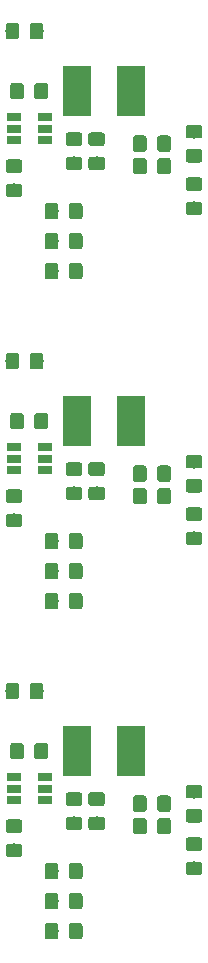
<source format=gbr>
G04 #@! TF.GenerationSoftware,KiCad,Pcbnew,5.1.4*
G04 #@! TF.CreationDate,2019-09-28T02:59:40+02:00*
G04 #@! TF.ProjectId,stratosensor-power,73747261-746f-4736-956e-736f722d706f,rev?*
G04 #@! TF.SameCoordinates,Original*
G04 #@! TF.FileFunction,Paste,Top*
G04 #@! TF.FilePolarity,Positive*
%FSLAX46Y46*%
G04 Gerber Fmt 4.6, Leading zero omitted, Abs format (unit mm)*
G04 Created by KiCad (PCBNEW 5.1.4) date 2019-09-28 02:59:40*
%MOMM*%
%LPD*%
G04 APERTURE LIST*
%ADD10R,1.220000X0.650000*%
%ADD11C,0.100000*%
%ADD12C,1.150000*%
%ADD13R,2.400000X4.200000*%
G04 APERTURE END LIST*
D10*
X182980000Y-128255000D03*
X182980000Y-127305000D03*
X182980000Y-126355000D03*
X185600000Y-126355000D03*
X185600000Y-127305000D03*
X185600000Y-128255000D03*
X182980000Y-100315000D03*
X182980000Y-99365000D03*
X182980000Y-98415000D03*
X185600000Y-98415000D03*
X185600000Y-99365000D03*
X185600000Y-100315000D03*
X182980000Y-72375000D03*
X182980000Y-71425000D03*
X182980000Y-70475000D03*
X185600000Y-70475000D03*
X185600000Y-71425000D03*
X185600000Y-72375000D03*
D11*
G36*
X188594505Y-138671204D02*
G01*
X188618773Y-138674804D01*
X188642572Y-138680765D01*
X188665671Y-138689030D01*
X188687850Y-138699520D01*
X188708893Y-138712132D01*
X188728599Y-138726747D01*
X188746777Y-138743223D01*
X188763253Y-138761401D01*
X188777868Y-138781107D01*
X188790480Y-138802150D01*
X188800970Y-138824329D01*
X188809235Y-138847428D01*
X188815196Y-138871227D01*
X188818796Y-138895495D01*
X188820000Y-138919999D01*
X188820000Y-139820001D01*
X188818796Y-139844505D01*
X188815196Y-139868773D01*
X188809235Y-139892572D01*
X188800970Y-139915671D01*
X188790480Y-139937850D01*
X188777868Y-139958893D01*
X188763253Y-139978599D01*
X188746777Y-139996777D01*
X188728599Y-140013253D01*
X188708893Y-140027868D01*
X188687850Y-140040480D01*
X188665671Y-140050970D01*
X188642572Y-140059235D01*
X188618773Y-140065196D01*
X188594505Y-140068796D01*
X188570001Y-140070000D01*
X187919999Y-140070000D01*
X187895495Y-140068796D01*
X187871227Y-140065196D01*
X187847428Y-140059235D01*
X187824329Y-140050970D01*
X187802150Y-140040480D01*
X187781107Y-140027868D01*
X187761401Y-140013253D01*
X187743223Y-139996777D01*
X187726747Y-139978599D01*
X187712132Y-139958893D01*
X187699520Y-139937850D01*
X187689030Y-139915671D01*
X187680765Y-139892572D01*
X187674804Y-139868773D01*
X187671204Y-139844505D01*
X187670000Y-139820001D01*
X187670000Y-138919999D01*
X187671204Y-138895495D01*
X187674804Y-138871227D01*
X187680765Y-138847428D01*
X187689030Y-138824329D01*
X187699520Y-138802150D01*
X187712132Y-138781107D01*
X187726747Y-138761401D01*
X187743223Y-138743223D01*
X187761401Y-138726747D01*
X187781107Y-138712132D01*
X187802150Y-138699520D01*
X187824329Y-138689030D01*
X187847428Y-138680765D01*
X187871227Y-138674804D01*
X187895495Y-138671204D01*
X187919999Y-138670000D01*
X188570001Y-138670000D01*
X188594505Y-138671204D01*
X188594505Y-138671204D01*
G37*
D12*
X188245000Y-139370000D03*
D11*
G36*
X186544505Y-138671204D02*
G01*
X186568773Y-138674804D01*
X186592572Y-138680765D01*
X186615671Y-138689030D01*
X186637850Y-138699520D01*
X186658893Y-138712132D01*
X186678599Y-138726747D01*
X186696777Y-138743223D01*
X186713253Y-138761401D01*
X186727868Y-138781107D01*
X186740480Y-138802150D01*
X186750970Y-138824329D01*
X186759235Y-138847428D01*
X186765196Y-138871227D01*
X186768796Y-138895495D01*
X186770000Y-138919999D01*
X186770000Y-139820001D01*
X186768796Y-139844505D01*
X186765196Y-139868773D01*
X186759235Y-139892572D01*
X186750970Y-139915671D01*
X186740480Y-139937850D01*
X186727868Y-139958893D01*
X186713253Y-139978599D01*
X186696777Y-139996777D01*
X186678599Y-140013253D01*
X186658893Y-140027868D01*
X186637850Y-140040480D01*
X186615671Y-140050970D01*
X186592572Y-140059235D01*
X186568773Y-140065196D01*
X186544505Y-140068796D01*
X186520001Y-140070000D01*
X185869999Y-140070000D01*
X185845495Y-140068796D01*
X185821227Y-140065196D01*
X185797428Y-140059235D01*
X185774329Y-140050970D01*
X185752150Y-140040480D01*
X185731107Y-140027868D01*
X185711401Y-140013253D01*
X185693223Y-139996777D01*
X185676747Y-139978599D01*
X185662132Y-139958893D01*
X185649520Y-139937850D01*
X185639030Y-139915671D01*
X185630765Y-139892572D01*
X185624804Y-139868773D01*
X185621204Y-139844505D01*
X185620000Y-139820001D01*
X185620000Y-138919999D01*
X185621204Y-138895495D01*
X185624804Y-138871227D01*
X185630765Y-138847428D01*
X185639030Y-138824329D01*
X185649520Y-138802150D01*
X185662132Y-138781107D01*
X185676747Y-138761401D01*
X185693223Y-138743223D01*
X185711401Y-138726747D01*
X185731107Y-138712132D01*
X185752150Y-138699520D01*
X185774329Y-138689030D01*
X185797428Y-138680765D01*
X185821227Y-138674804D01*
X185845495Y-138671204D01*
X185869999Y-138670000D01*
X186520001Y-138670000D01*
X186544505Y-138671204D01*
X186544505Y-138671204D01*
G37*
D12*
X186195000Y-139370000D03*
D11*
G36*
X183494505Y-129906204D02*
G01*
X183518773Y-129909804D01*
X183542572Y-129915765D01*
X183565671Y-129924030D01*
X183587850Y-129934520D01*
X183608893Y-129947132D01*
X183628599Y-129961747D01*
X183646777Y-129978223D01*
X183663253Y-129996401D01*
X183677868Y-130016107D01*
X183690480Y-130037150D01*
X183700970Y-130059329D01*
X183709235Y-130082428D01*
X183715196Y-130106227D01*
X183718796Y-130130495D01*
X183720000Y-130154999D01*
X183720000Y-130805001D01*
X183718796Y-130829505D01*
X183715196Y-130853773D01*
X183709235Y-130877572D01*
X183700970Y-130900671D01*
X183690480Y-130922850D01*
X183677868Y-130943893D01*
X183663253Y-130963599D01*
X183646777Y-130981777D01*
X183628599Y-130998253D01*
X183608893Y-131012868D01*
X183587850Y-131025480D01*
X183565671Y-131035970D01*
X183542572Y-131044235D01*
X183518773Y-131050196D01*
X183494505Y-131053796D01*
X183470001Y-131055000D01*
X182569999Y-131055000D01*
X182545495Y-131053796D01*
X182521227Y-131050196D01*
X182497428Y-131044235D01*
X182474329Y-131035970D01*
X182452150Y-131025480D01*
X182431107Y-131012868D01*
X182411401Y-130998253D01*
X182393223Y-130981777D01*
X182376747Y-130963599D01*
X182362132Y-130943893D01*
X182349520Y-130922850D01*
X182339030Y-130900671D01*
X182330765Y-130877572D01*
X182324804Y-130853773D01*
X182321204Y-130829505D01*
X182320000Y-130805001D01*
X182320000Y-130154999D01*
X182321204Y-130130495D01*
X182324804Y-130106227D01*
X182330765Y-130082428D01*
X182339030Y-130059329D01*
X182349520Y-130037150D01*
X182362132Y-130016107D01*
X182376747Y-129996401D01*
X182393223Y-129978223D01*
X182411401Y-129961747D01*
X182431107Y-129947132D01*
X182452150Y-129934520D01*
X182474329Y-129924030D01*
X182497428Y-129915765D01*
X182521227Y-129909804D01*
X182545495Y-129906204D01*
X182569999Y-129905000D01*
X183470001Y-129905000D01*
X183494505Y-129906204D01*
X183494505Y-129906204D01*
G37*
D12*
X183020000Y-130480000D03*
D11*
G36*
X183494505Y-131956204D02*
G01*
X183518773Y-131959804D01*
X183542572Y-131965765D01*
X183565671Y-131974030D01*
X183587850Y-131984520D01*
X183608893Y-131997132D01*
X183628599Y-132011747D01*
X183646777Y-132028223D01*
X183663253Y-132046401D01*
X183677868Y-132066107D01*
X183690480Y-132087150D01*
X183700970Y-132109329D01*
X183709235Y-132132428D01*
X183715196Y-132156227D01*
X183718796Y-132180495D01*
X183720000Y-132204999D01*
X183720000Y-132855001D01*
X183718796Y-132879505D01*
X183715196Y-132903773D01*
X183709235Y-132927572D01*
X183700970Y-132950671D01*
X183690480Y-132972850D01*
X183677868Y-132993893D01*
X183663253Y-133013599D01*
X183646777Y-133031777D01*
X183628599Y-133048253D01*
X183608893Y-133062868D01*
X183587850Y-133075480D01*
X183565671Y-133085970D01*
X183542572Y-133094235D01*
X183518773Y-133100196D01*
X183494505Y-133103796D01*
X183470001Y-133105000D01*
X182569999Y-133105000D01*
X182545495Y-133103796D01*
X182521227Y-133100196D01*
X182497428Y-133094235D01*
X182474329Y-133085970D01*
X182452150Y-133075480D01*
X182431107Y-133062868D01*
X182411401Y-133048253D01*
X182393223Y-133031777D01*
X182376747Y-133013599D01*
X182362132Y-132993893D01*
X182349520Y-132972850D01*
X182339030Y-132950671D01*
X182330765Y-132927572D01*
X182324804Y-132903773D01*
X182321204Y-132879505D01*
X182320000Y-132855001D01*
X182320000Y-132204999D01*
X182321204Y-132180495D01*
X182324804Y-132156227D01*
X182330765Y-132132428D01*
X182339030Y-132109329D01*
X182349520Y-132087150D01*
X182362132Y-132066107D01*
X182376747Y-132046401D01*
X182393223Y-132028223D01*
X182411401Y-132011747D01*
X182431107Y-131997132D01*
X182452150Y-131984520D01*
X182474329Y-131974030D01*
X182497428Y-131965765D01*
X182521227Y-131959804D01*
X182545495Y-131956204D01*
X182569999Y-131955000D01*
X183470001Y-131955000D01*
X183494505Y-131956204D01*
X183494505Y-131956204D01*
G37*
D12*
X183020000Y-132530000D03*
D11*
G36*
X198734505Y-129026204D02*
G01*
X198758773Y-129029804D01*
X198782572Y-129035765D01*
X198805671Y-129044030D01*
X198827850Y-129054520D01*
X198848893Y-129067132D01*
X198868599Y-129081747D01*
X198886777Y-129098223D01*
X198903253Y-129116401D01*
X198917868Y-129136107D01*
X198930480Y-129157150D01*
X198940970Y-129179329D01*
X198949235Y-129202428D01*
X198955196Y-129226227D01*
X198958796Y-129250495D01*
X198960000Y-129274999D01*
X198960000Y-129925001D01*
X198958796Y-129949505D01*
X198955196Y-129973773D01*
X198949235Y-129997572D01*
X198940970Y-130020671D01*
X198930480Y-130042850D01*
X198917868Y-130063893D01*
X198903253Y-130083599D01*
X198886777Y-130101777D01*
X198868599Y-130118253D01*
X198848893Y-130132868D01*
X198827850Y-130145480D01*
X198805671Y-130155970D01*
X198782572Y-130164235D01*
X198758773Y-130170196D01*
X198734505Y-130173796D01*
X198710001Y-130175000D01*
X197809999Y-130175000D01*
X197785495Y-130173796D01*
X197761227Y-130170196D01*
X197737428Y-130164235D01*
X197714329Y-130155970D01*
X197692150Y-130145480D01*
X197671107Y-130132868D01*
X197651401Y-130118253D01*
X197633223Y-130101777D01*
X197616747Y-130083599D01*
X197602132Y-130063893D01*
X197589520Y-130042850D01*
X197579030Y-130020671D01*
X197570765Y-129997572D01*
X197564804Y-129973773D01*
X197561204Y-129949505D01*
X197560000Y-129925001D01*
X197560000Y-129274999D01*
X197561204Y-129250495D01*
X197564804Y-129226227D01*
X197570765Y-129202428D01*
X197579030Y-129179329D01*
X197589520Y-129157150D01*
X197602132Y-129136107D01*
X197616747Y-129116401D01*
X197633223Y-129098223D01*
X197651401Y-129081747D01*
X197671107Y-129067132D01*
X197692150Y-129054520D01*
X197714329Y-129044030D01*
X197737428Y-129035765D01*
X197761227Y-129029804D01*
X197785495Y-129026204D01*
X197809999Y-129025000D01*
X198710001Y-129025000D01*
X198734505Y-129026204D01*
X198734505Y-129026204D01*
G37*
D12*
X198260000Y-129600000D03*
D11*
G36*
X198734505Y-126976204D02*
G01*
X198758773Y-126979804D01*
X198782572Y-126985765D01*
X198805671Y-126994030D01*
X198827850Y-127004520D01*
X198848893Y-127017132D01*
X198868599Y-127031747D01*
X198886777Y-127048223D01*
X198903253Y-127066401D01*
X198917868Y-127086107D01*
X198930480Y-127107150D01*
X198940970Y-127129329D01*
X198949235Y-127152428D01*
X198955196Y-127176227D01*
X198958796Y-127200495D01*
X198960000Y-127224999D01*
X198960000Y-127875001D01*
X198958796Y-127899505D01*
X198955196Y-127923773D01*
X198949235Y-127947572D01*
X198940970Y-127970671D01*
X198930480Y-127992850D01*
X198917868Y-128013893D01*
X198903253Y-128033599D01*
X198886777Y-128051777D01*
X198868599Y-128068253D01*
X198848893Y-128082868D01*
X198827850Y-128095480D01*
X198805671Y-128105970D01*
X198782572Y-128114235D01*
X198758773Y-128120196D01*
X198734505Y-128123796D01*
X198710001Y-128125000D01*
X197809999Y-128125000D01*
X197785495Y-128123796D01*
X197761227Y-128120196D01*
X197737428Y-128114235D01*
X197714329Y-128105970D01*
X197692150Y-128095480D01*
X197671107Y-128082868D01*
X197651401Y-128068253D01*
X197633223Y-128051777D01*
X197616747Y-128033599D01*
X197602132Y-128013893D01*
X197589520Y-127992850D01*
X197579030Y-127970671D01*
X197570765Y-127947572D01*
X197564804Y-127923773D01*
X197561204Y-127899505D01*
X197560000Y-127875001D01*
X197560000Y-127224999D01*
X197561204Y-127200495D01*
X197564804Y-127176227D01*
X197570765Y-127152428D01*
X197579030Y-127129329D01*
X197589520Y-127107150D01*
X197602132Y-127086107D01*
X197616747Y-127066401D01*
X197633223Y-127048223D01*
X197651401Y-127031747D01*
X197671107Y-127017132D01*
X197692150Y-127004520D01*
X197714329Y-126994030D01*
X197737428Y-126985765D01*
X197761227Y-126979804D01*
X197785495Y-126976204D01*
X197809999Y-126975000D01*
X198710001Y-126975000D01*
X198734505Y-126976204D01*
X198734505Y-126976204D01*
G37*
D12*
X198260000Y-127550000D03*
D11*
G36*
X186544505Y-136131204D02*
G01*
X186568773Y-136134804D01*
X186592572Y-136140765D01*
X186615671Y-136149030D01*
X186637850Y-136159520D01*
X186658893Y-136172132D01*
X186678599Y-136186747D01*
X186696777Y-136203223D01*
X186713253Y-136221401D01*
X186727868Y-136241107D01*
X186740480Y-136262150D01*
X186750970Y-136284329D01*
X186759235Y-136307428D01*
X186765196Y-136331227D01*
X186768796Y-136355495D01*
X186770000Y-136379999D01*
X186770000Y-137280001D01*
X186768796Y-137304505D01*
X186765196Y-137328773D01*
X186759235Y-137352572D01*
X186750970Y-137375671D01*
X186740480Y-137397850D01*
X186727868Y-137418893D01*
X186713253Y-137438599D01*
X186696777Y-137456777D01*
X186678599Y-137473253D01*
X186658893Y-137487868D01*
X186637850Y-137500480D01*
X186615671Y-137510970D01*
X186592572Y-137519235D01*
X186568773Y-137525196D01*
X186544505Y-137528796D01*
X186520001Y-137530000D01*
X185869999Y-137530000D01*
X185845495Y-137528796D01*
X185821227Y-137525196D01*
X185797428Y-137519235D01*
X185774329Y-137510970D01*
X185752150Y-137500480D01*
X185731107Y-137487868D01*
X185711401Y-137473253D01*
X185693223Y-137456777D01*
X185676747Y-137438599D01*
X185662132Y-137418893D01*
X185649520Y-137397850D01*
X185639030Y-137375671D01*
X185630765Y-137352572D01*
X185624804Y-137328773D01*
X185621204Y-137304505D01*
X185620000Y-137280001D01*
X185620000Y-136379999D01*
X185621204Y-136355495D01*
X185624804Y-136331227D01*
X185630765Y-136307428D01*
X185639030Y-136284329D01*
X185649520Y-136262150D01*
X185662132Y-136241107D01*
X185676747Y-136221401D01*
X185693223Y-136203223D01*
X185711401Y-136186747D01*
X185731107Y-136172132D01*
X185752150Y-136159520D01*
X185774329Y-136149030D01*
X185797428Y-136140765D01*
X185821227Y-136134804D01*
X185845495Y-136131204D01*
X185869999Y-136130000D01*
X186520001Y-136130000D01*
X186544505Y-136131204D01*
X186544505Y-136131204D01*
G37*
D12*
X186195000Y-136830000D03*
D11*
G36*
X188594505Y-136131204D02*
G01*
X188618773Y-136134804D01*
X188642572Y-136140765D01*
X188665671Y-136149030D01*
X188687850Y-136159520D01*
X188708893Y-136172132D01*
X188728599Y-136186747D01*
X188746777Y-136203223D01*
X188763253Y-136221401D01*
X188777868Y-136241107D01*
X188790480Y-136262150D01*
X188800970Y-136284329D01*
X188809235Y-136307428D01*
X188815196Y-136331227D01*
X188818796Y-136355495D01*
X188820000Y-136379999D01*
X188820000Y-137280001D01*
X188818796Y-137304505D01*
X188815196Y-137328773D01*
X188809235Y-137352572D01*
X188800970Y-137375671D01*
X188790480Y-137397850D01*
X188777868Y-137418893D01*
X188763253Y-137438599D01*
X188746777Y-137456777D01*
X188728599Y-137473253D01*
X188708893Y-137487868D01*
X188687850Y-137500480D01*
X188665671Y-137510970D01*
X188642572Y-137519235D01*
X188618773Y-137525196D01*
X188594505Y-137528796D01*
X188570001Y-137530000D01*
X187919999Y-137530000D01*
X187895495Y-137528796D01*
X187871227Y-137525196D01*
X187847428Y-137519235D01*
X187824329Y-137510970D01*
X187802150Y-137500480D01*
X187781107Y-137487868D01*
X187761401Y-137473253D01*
X187743223Y-137456777D01*
X187726747Y-137438599D01*
X187712132Y-137418893D01*
X187699520Y-137397850D01*
X187689030Y-137375671D01*
X187680765Y-137352572D01*
X187674804Y-137328773D01*
X187671204Y-137304505D01*
X187670000Y-137280001D01*
X187670000Y-136379999D01*
X187671204Y-136355495D01*
X187674804Y-136331227D01*
X187680765Y-136307428D01*
X187689030Y-136284329D01*
X187699520Y-136262150D01*
X187712132Y-136241107D01*
X187726747Y-136221401D01*
X187743223Y-136203223D01*
X187761401Y-136186747D01*
X187781107Y-136172132D01*
X187802150Y-136159520D01*
X187824329Y-136149030D01*
X187847428Y-136140765D01*
X187871227Y-136134804D01*
X187895495Y-136131204D01*
X187919999Y-136130000D01*
X188570001Y-136130000D01*
X188594505Y-136131204D01*
X188594505Y-136131204D01*
G37*
D12*
X188245000Y-136830000D03*
D11*
G36*
X185274505Y-118351204D02*
G01*
X185298773Y-118354804D01*
X185322572Y-118360765D01*
X185345671Y-118369030D01*
X185367850Y-118379520D01*
X185388893Y-118392132D01*
X185408599Y-118406747D01*
X185426777Y-118423223D01*
X185443253Y-118441401D01*
X185457868Y-118461107D01*
X185470480Y-118482150D01*
X185480970Y-118504329D01*
X185489235Y-118527428D01*
X185495196Y-118551227D01*
X185498796Y-118575495D01*
X185500000Y-118599999D01*
X185500000Y-119500001D01*
X185498796Y-119524505D01*
X185495196Y-119548773D01*
X185489235Y-119572572D01*
X185480970Y-119595671D01*
X185470480Y-119617850D01*
X185457868Y-119638893D01*
X185443253Y-119658599D01*
X185426777Y-119676777D01*
X185408599Y-119693253D01*
X185388893Y-119707868D01*
X185367850Y-119720480D01*
X185345671Y-119730970D01*
X185322572Y-119739235D01*
X185298773Y-119745196D01*
X185274505Y-119748796D01*
X185250001Y-119750000D01*
X184599999Y-119750000D01*
X184575495Y-119748796D01*
X184551227Y-119745196D01*
X184527428Y-119739235D01*
X184504329Y-119730970D01*
X184482150Y-119720480D01*
X184461107Y-119707868D01*
X184441401Y-119693253D01*
X184423223Y-119676777D01*
X184406747Y-119658599D01*
X184392132Y-119638893D01*
X184379520Y-119617850D01*
X184369030Y-119595671D01*
X184360765Y-119572572D01*
X184354804Y-119548773D01*
X184351204Y-119524505D01*
X184350000Y-119500001D01*
X184350000Y-118599999D01*
X184351204Y-118575495D01*
X184354804Y-118551227D01*
X184360765Y-118527428D01*
X184369030Y-118504329D01*
X184379520Y-118482150D01*
X184392132Y-118461107D01*
X184406747Y-118441401D01*
X184423223Y-118423223D01*
X184441401Y-118406747D01*
X184461107Y-118392132D01*
X184482150Y-118379520D01*
X184504329Y-118369030D01*
X184527428Y-118360765D01*
X184551227Y-118354804D01*
X184575495Y-118351204D01*
X184599999Y-118350000D01*
X185250001Y-118350000D01*
X185274505Y-118351204D01*
X185274505Y-118351204D01*
G37*
D12*
X184925000Y-119050000D03*
D11*
G36*
X183224505Y-118351204D02*
G01*
X183248773Y-118354804D01*
X183272572Y-118360765D01*
X183295671Y-118369030D01*
X183317850Y-118379520D01*
X183338893Y-118392132D01*
X183358599Y-118406747D01*
X183376777Y-118423223D01*
X183393253Y-118441401D01*
X183407868Y-118461107D01*
X183420480Y-118482150D01*
X183430970Y-118504329D01*
X183439235Y-118527428D01*
X183445196Y-118551227D01*
X183448796Y-118575495D01*
X183450000Y-118599999D01*
X183450000Y-119500001D01*
X183448796Y-119524505D01*
X183445196Y-119548773D01*
X183439235Y-119572572D01*
X183430970Y-119595671D01*
X183420480Y-119617850D01*
X183407868Y-119638893D01*
X183393253Y-119658599D01*
X183376777Y-119676777D01*
X183358599Y-119693253D01*
X183338893Y-119707868D01*
X183317850Y-119720480D01*
X183295671Y-119730970D01*
X183272572Y-119739235D01*
X183248773Y-119745196D01*
X183224505Y-119748796D01*
X183200001Y-119750000D01*
X182549999Y-119750000D01*
X182525495Y-119748796D01*
X182501227Y-119745196D01*
X182477428Y-119739235D01*
X182454329Y-119730970D01*
X182432150Y-119720480D01*
X182411107Y-119707868D01*
X182391401Y-119693253D01*
X182373223Y-119676777D01*
X182356747Y-119658599D01*
X182342132Y-119638893D01*
X182329520Y-119617850D01*
X182319030Y-119595671D01*
X182310765Y-119572572D01*
X182304804Y-119548773D01*
X182301204Y-119524505D01*
X182300000Y-119500001D01*
X182300000Y-118599999D01*
X182301204Y-118575495D01*
X182304804Y-118551227D01*
X182310765Y-118527428D01*
X182319030Y-118504329D01*
X182329520Y-118482150D01*
X182342132Y-118461107D01*
X182356747Y-118441401D01*
X182373223Y-118423223D01*
X182391401Y-118406747D01*
X182411107Y-118392132D01*
X182432150Y-118379520D01*
X182454329Y-118369030D01*
X182477428Y-118360765D01*
X182501227Y-118354804D01*
X182525495Y-118351204D01*
X182549999Y-118350000D01*
X183200001Y-118350000D01*
X183224505Y-118351204D01*
X183224505Y-118351204D01*
G37*
D12*
X182875000Y-119050000D03*
D11*
G36*
X188594505Y-110731204D02*
G01*
X188618773Y-110734804D01*
X188642572Y-110740765D01*
X188665671Y-110749030D01*
X188687850Y-110759520D01*
X188708893Y-110772132D01*
X188728599Y-110786747D01*
X188746777Y-110803223D01*
X188763253Y-110821401D01*
X188777868Y-110841107D01*
X188790480Y-110862150D01*
X188800970Y-110884329D01*
X188809235Y-110907428D01*
X188815196Y-110931227D01*
X188818796Y-110955495D01*
X188820000Y-110979999D01*
X188820000Y-111880001D01*
X188818796Y-111904505D01*
X188815196Y-111928773D01*
X188809235Y-111952572D01*
X188800970Y-111975671D01*
X188790480Y-111997850D01*
X188777868Y-112018893D01*
X188763253Y-112038599D01*
X188746777Y-112056777D01*
X188728599Y-112073253D01*
X188708893Y-112087868D01*
X188687850Y-112100480D01*
X188665671Y-112110970D01*
X188642572Y-112119235D01*
X188618773Y-112125196D01*
X188594505Y-112128796D01*
X188570001Y-112130000D01*
X187919999Y-112130000D01*
X187895495Y-112128796D01*
X187871227Y-112125196D01*
X187847428Y-112119235D01*
X187824329Y-112110970D01*
X187802150Y-112100480D01*
X187781107Y-112087868D01*
X187761401Y-112073253D01*
X187743223Y-112056777D01*
X187726747Y-112038599D01*
X187712132Y-112018893D01*
X187699520Y-111997850D01*
X187689030Y-111975671D01*
X187680765Y-111952572D01*
X187674804Y-111928773D01*
X187671204Y-111904505D01*
X187670000Y-111880001D01*
X187670000Y-110979999D01*
X187671204Y-110955495D01*
X187674804Y-110931227D01*
X187680765Y-110907428D01*
X187689030Y-110884329D01*
X187699520Y-110862150D01*
X187712132Y-110841107D01*
X187726747Y-110821401D01*
X187743223Y-110803223D01*
X187761401Y-110786747D01*
X187781107Y-110772132D01*
X187802150Y-110759520D01*
X187824329Y-110749030D01*
X187847428Y-110740765D01*
X187871227Y-110734804D01*
X187895495Y-110731204D01*
X187919999Y-110730000D01*
X188570001Y-110730000D01*
X188594505Y-110731204D01*
X188594505Y-110731204D01*
G37*
D12*
X188245000Y-111430000D03*
D11*
G36*
X186544505Y-110731204D02*
G01*
X186568773Y-110734804D01*
X186592572Y-110740765D01*
X186615671Y-110749030D01*
X186637850Y-110759520D01*
X186658893Y-110772132D01*
X186678599Y-110786747D01*
X186696777Y-110803223D01*
X186713253Y-110821401D01*
X186727868Y-110841107D01*
X186740480Y-110862150D01*
X186750970Y-110884329D01*
X186759235Y-110907428D01*
X186765196Y-110931227D01*
X186768796Y-110955495D01*
X186770000Y-110979999D01*
X186770000Y-111880001D01*
X186768796Y-111904505D01*
X186765196Y-111928773D01*
X186759235Y-111952572D01*
X186750970Y-111975671D01*
X186740480Y-111997850D01*
X186727868Y-112018893D01*
X186713253Y-112038599D01*
X186696777Y-112056777D01*
X186678599Y-112073253D01*
X186658893Y-112087868D01*
X186637850Y-112100480D01*
X186615671Y-112110970D01*
X186592572Y-112119235D01*
X186568773Y-112125196D01*
X186544505Y-112128796D01*
X186520001Y-112130000D01*
X185869999Y-112130000D01*
X185845495Y-112128796D01*
X185821227Y-112125196D01*
X185797428Y-112119235D01*
X185774329Y-112110970D01*
X185752150Y-112100480D01*
X185731107Y-112087868D01*
X185711401Y-112073253D01*
X185693223Y-112056777D01*
X185676747Y-112038599D01*
X185662132Y-112018893D01*
X185649520Y-111997850D01*
X185639030Y-111975671D01*
X185630765Y-111952572D01*
X185624804Y-111928773D01*
X185621204Y-111904505D01*
X185620000Y-111880001D01*
X185620000Y-110979999D01*
X185621204Y-110955495D01*
X185624804Y-110931227D01*
X185630765Y-110907428D01*
X185639030Y-110884329D01*
X185649520Y-110862150D01*
X185662132Y-110841107D01*
X185676747Y-110821401D01*
X185693223Y-110803223D01*
X185711401Y-110786747D01*
X185731107Y-110772132D01*
X185752150Y-110759520D01*
X185774329Y-110749030D01*
X185797428Y-110740765D01*
X185821227Y-110734804D01*
X185845495Y-110731204D01*
X185869999Y-110730000D01*
X186520001Y-110730000D01*
X186544505Y-110731204D01*
X186544505Y-110731204D01*
G37*
D12*
X186195000Y-111430000D03*
D11*
G36*
X183494505Y-101966204D02*
G01*
X183518773Y-101969804D01*
X183542572Y-101975765D01*
X183565671Y-101984030D01*
X183587850Y-101994520D01*
X183608893Y-102007132D01*
X183628599Y-102021747D01*
X183646777Y-102038223D01*
X183663253Y-102056401D01*
X183677868Y-102076107D01*
X183690480Y-102097150D01*
X183700970Y-102119329D01*
X183709235Y-102142428D01*
X183715196Y-102166227D01*
X183718796Y-102190495D01*
X183720000Y-102214999D01*
X183720000Y-102865001D01*
X183718796Y-102889505D01*
X183715196Y-102913773D01*
X183709235Y-102937572D01*
X183700970Y-102960671D01*
X183690480Y-102982850D01*
X183677868Y-103003893D01*
X183663253Y-103023599D01*
X183646777Y-103041777D01*
X183628599Y-103058253D01*
X183608893Y-103072868D01*
X183587850Y-103085480D01*
X183565671Y-103095970D01*
X183542572Y-103104235D01*
X183518773Y-103110196D01*
X183494505Y-103113796D01*
X183470001Y-103115000D01*
X182569999Y-103115000D01*
X182545495Y-103113796D01*
X182521227Y-103110196D01*
X182497428Y-103104235D01*
X182474329Y-103095970D01*
X182452150Y-103085480D01*
X182431107Y-103072868D01*
X182411401Y-103058253D01*
X182393223Y-103041777D01*
X182376747Y-103023599D01*
X182362132Y-103003893D01*
X182349520Y-102982850D01*
X182339030Y-102960671D01*
X182330765Y-102937572D01*
X182324804Y-102913773D01*
X182321204Y-102889505D01*
X182320000Y-102865001D01*
X182320000Y-102214999D01*
X182321204Y-102190495D01*
X182324804Y-102166227D01*
X182330765Y-102142428D01*
X182339030Y-102119329D01*
X182349520Y-102097150D01*
X182362132Y-102076107D01*
X182376747Y-102056401D01*
X182393223Y-102038223D01*
X182411401Y-102021747D01*
X182431107Y-102007132D01*
X182452150Y-101994520D01*
X182474329Y-101984030D01*
X182497428Y-101975765D01*
X182521227Y-101969804D01*
X182545495Y-101966204D01*
X182569999Y-101965000D01*
X183470001Y-101965000D01*
X183494505Y-101966204D01*
X183494505Y-101966204D01*
G37*
D12*
X183020000Y-102540000D03*
D11*
G36*
X183494505Y-104016204D02*
G01*
X183518773Y-104019804D01*
X183542572Y-104025765D01*
X183565671Y-104034030D01*
X183587850Y-104044520D01*
X183608893Y-104057132D01*
X183628599Y-104071747D01*
X183646777Y-104088223D01*
X183663253Y-104106401D01*
X183677868Y-104126107D01*
X183690480Y-104147150D01*
X183700970Y-104169329D01*
X183709235Y-104192428D01*
X183715196Y-104216227D01*
X183718796Y-104240495D01*
X183720000Y-104264999D01*
X183720000Y-104915001D01*
X183718796Y-104939505D01*
X183715196Y-104963773D01*
X183709235Y-104987572D01*
X183700970Y-105010671D01*
X183690480Y-105032850D01*
X183677868Y-105053893D01*
X183663253Y-105073599D01*
X183646777Y-105091777D01*
X183628599Y-105108253D01*
X183608893Y-105122868D01*
X183587850Y-105135480D01*
X183565671Y-105145970D01*
X183542572Y-105154235D01*
X183518773Y-105160196D01*
X183494505Y-105163796D01*
X183470001Y-105165000D01*
X182569999Y-105165000D01*
X182545495Y-105163796D01*
X182521227Y-105160196D01*
X182497428Y-105154235D01*
X182474329Y-105145970D01*
X182452150Y-105135480D01*
X182431107Y-105122868D01*
X182411401Y-105108253D01*
X182393223Y-105091777D01*
X182376747Y-105073599D01*
X182362132Y-105053893D01*
X182349520Y-105032850D01*
X182339030Y-105010671D01*
X182330765Y-104987572D01*
X182324804Y-104963773D01*
X182321204Y-104939505D01*
X182320000Y-104915001D01*
X182320000Y-104264999D01*
X182321204Y-104240495D01*
X182324804Y-104216227D01*
X182330765Y-104192428D01*
X182339030Y-104169329D01*
X182349520Y-104147150D01*
X182362132Y-104126107D01*
X182376747Y-104106401D01*
X182393223Y-104088223D01*
X182411401Y-104071747D01*
X182431107Y-104057132D01*
X182452150Y-104044520D01*
X182474329Y-104034030D01*
X182497428Y-104025765D01*
X182521227Y-104019804D01*
X182545495Y-104016204D01*
X182569999Y-104015000D01*
X183470001Y-104015000D01*
X183494505Y-104016204D01*
X183494505Y-104016204D01*
G37*
D12*
X183020000Y-104590000D03*
D11*
G36*
X198734505Y-101086204D02*
G01*
X198758773Y-101089804D01*
X198782572Y-101095765D01*
X198805671Y-101104030D01*
X198827850Y-101114520D01*
X198848893Y-101127132D01*
X198868599Y-101141747D01*
X198886777Y-101158223D01*
X198903253Y-101176401D01*
X198917868Y-101196107D01*
X198930480Y-101217150D01*
X198940970Y-101239329D01*
X198949235Y-101262428D01*
X198955196Y-101286227D01*
X198958796Y-101310495D01*
X198960000Y-101334999D01*
X198960000Y-101985001D01*
X198958796Y-102009505D01*
X198955196Y-102033773D01*
X198949235Y-102057572D01*
X198940970Y-102080671D01*
X198930480Y-102102850D01*
X198917868Y-102123893D01*
X198903253Y-102143599D01*
X198886777Y-102161777D01*
X198868599Y-102178253D01*
X198848893Y-102192868D01*
X198827850Y-102205480D01*
X198805671Y-102215970D01*
X198782572Y-102224235D01*
X198758773Y-102230196D01*
X198734505Y-102233796D01*
X198710001Y-102235000D01*
X197809999Y-102235000D01*
X197785495Y-102233796D01*
X197761227Y-102230196D01*
X197737428Y-102224235D01*
X197714329Y-102215970D01*
X197692150Y-102205480D01*
X197671107Y-102192868D01*
X197651401Y-102178253D01*
X197633223Y-102161777D01*
X197616747Y-102143599D01*
X197602132Y-102123893D01*
X197589520Y-102102850D01*
X197579030Y-102080671D01*
X197570765Y-102057572D01*
X197564804Y-102033773D01*
X197561204Y-102009505D01*
X197560000Y-101985001D01*
X197560000Y-101334999D01*
X197561204Y-101310495D01*
X197564804Y-101286227D01*
X197570765Y-101262428D01*
X197579030Y-101239329D01*
X197589520Y-101217150D01*
X197602132Y-101196107D01*
X197616747Y-101176401D01*
X197633223Y-101158223D01*
X197651401Y-101141747D01*
X197671107Y-101127132D01*
X197692150Y-101114520D01*
X197714329Y-101104030D01*
X197737428Y-101095765D01*
X197761227Y-101089804D01*
X197785495Y-101086204D01*
X197809999Y-101085000D01*
X198710001Y-101085000D01*
X198734505Y-101086204D01*
X198734505Y-101086204D01*
G37*
D12*
X198260000Y-101660000D03*
D11*
G36*
X198734505Y-99036204D02*
G01*
X198758773Y-99039804D01*
X198782572Y-99045765D01*
X198805671Y-99054030D01*
X198827850Y-99064520D01*
X198848893Y-99077132D01*
X198868599Y-99091747D01*
X198886777Y-99108223D01*
X198903253Y-99126401D01*
X198917868Y-99146107D01*
X198930480Y-99167150D01*
X198940970Y-99189329D01*
X198949235Y-99212428D01*
X198955196Y-99236227D01*
X198958796Y-99260495D01*
X198960000Y-99284999D01*
X198960000Y-99935001D01*
X198958796Y-99959505D01*
X198955196Y-99983773D01*
X198949235Y-100007572D01*
X198940970Y-100030671D01*
X198930480Y-100052850D01*
X198917868Y-100073893D01*
X198903253Y-100093599D01*
X198886777Y-100111777D01*
X198868599Y-100128253D01*
X198848893Y-100142868D01*
X198827850Y-100155480D01*
X198805671Y-100165970D01*
X198782572Y-100174235D01*
X198758773Y-100180196D01*
X198734505Y-100183796D01*
X198710001Y-100185000D01*
X197809999Y-100185000D01*
X197785495Y-100183796D01*
X197761227Y-100180196D01*
X197737428Y-100174235D01*
X197714329Y-100165970D01*
X197692150Y-100155480D01*
X197671107Y-100142868D01*
X197651401Y-100128253D01*
X197633223Y-100111777D01*
X197616747Y-100093599D01*
X197602132Y-100073893D01*
X197589520Y-100052850D01*
X197579030Y-100030671D01*
X197570765Y-100007572D01*
X197564804Y-99983773D01*
X197561204Y-99959505D01*
X197560000Y-99935001D01*
X197560000Y-99284999D01*
X197561204Y-99260495D01*
X197564804Y-99236227D01*
X197570765Y-99212428D01*
X197579030Y-99189329D01*
X197589520Y-99167150D01*
X197602132Y-99146107D01*
X197616747Y-99126401D01*
X197633223Y-99108223D01*
X197651401Y-99091747D01*
X197671107Y-99077132D01*
X197692150Y-99064520D01*
X197714329Y-99054030D01*
X197737428Y-99045765D01*
X197761227Y-99039804D01*
X197785495Y-99036204D01*
X197809999Y-99035000D01*
X198710001Y-99035000D01*
X198734505Y-99036204D01*
X198734505Y-99036204D01*
G37*
D12*
X198260000Y-99610000D03*
D11*
G36*
X186544505Y-108191204D02*
G01*
X186568773Y-108194804D01*
X186592572Y-108200765D01*
X186615671Y-108209030D01*
X186637850Y-108219520D01*
X186658893Y-108232132D01*
X186678599Y-108246747D01*
X186696777Y-108263223D01*
X186713253Y-108281401D01*
X186727868Y-108301107D01*
X186740480Y-108322150D01*
X186750970Y-108344329D01*
X186759235Y-108367428D01*
X186765196Y-108391227D01*
X186768796Y-108415495D01*
X186770000Y-108439999D01*
X186770000Y-109340001D01*
X186768796Y-109364505D01*
X186765196Y-109388773D01*
X186759235Y-109412572D01*
X186750970Y-109435671D01*
X186740480Y-109457850D01*
X186727868Y-109478893D01*
X186713253Y-109498599D01*
X186696777Y-109516777D01*
X186678599Y-109533253D01*
X186658893Y-109547868D01*
X186637850Y-109560480D01*
X186615671Y-109570970D01*
X186592572Y-109579235D01*
X186568773Y-109585196D01*
X186544505Y-109588796D01*
X186520001Y-109590000D01*
X185869999Y-109590000D01*
X185845495Y-109588796D01*
X185821227Y-109585196D01*
X185797428Y-109579235D01*
X185774329Y-109570970D01*
X185752150Y-109560480D01*
X185731107Y-109547868D01*
X185711401Y-109533253D01*
X185693223Y-109516777D01*
X185676747Y-109498599D01*
X185662132Y-109478893D01*
X185649520Y-109457850D01*
X185639030Y-109435671D01*
X185630765Y-109412572D01*
X185624804Y-109388773D01*
X185621204Y-109364505D01*
X185620000Y-109340001D01*
X185620000Y-108439999D01*
X185621204Y-108415495D01*
X185624804Y-108391227D01*
X185630765Y-108367428D01*
X185639030Y-108344329D01*
X185649520Y-108322150D01*
X185662132Y-108301107D01*
X185676747Y-108281401D01*
X185693223Y-108263223D01*
X185711401Y-108246747D01*
X185731107Y-108232132D01*
X185752150Y-108219520D01*
X185774329Y-108209030D01*
X185797428Y-108200765D01*
X185821227Y-108194804D01*
X185845495Y-108191204D01*
X185869999Y-108190000D01*
X186520001Y-108190000D01*
X186544505Y-108191204D01*
X186544505Y-108191204D01*
G37*
D12*
X186195000Y-108890000D03*
D11*
G36*
X188594505Y-108191204D02*
G01*
X188618773Y-108194804D01*
X188642572Y-108200765D01*
X188665671Y-108209030D01*
X188687850Y-108219520D01*
X188708893Y-108232132D01*
X188728599Y-108246747D01*
X188746777Y-108263223D01*
X188763253Y-108281401D01*
X188777868Y-108301107D01*
X188790480Y-108322150D01*
X188800970Y-108344329D01*
X188809235Y-108367428D01*
X188815196Y-108391227D01*
X188818796Y-108415495D01*
X188820000Y-108439999D01*
X188820000Y-109340001D01*
X188818796Y-109364505D01*
X188815196Y-109388773D01*
X188809235Y-109412572D01*
X188800970Y-109435671D01*
X188790480Y-109457850D01*
X188777868Y-109478893D01*
X188763253Y-109498599D01*
X188746777Y-109516777D01*
X188728599Y-109533253D01*
X188708893Y-109547868D01*
X188687850Y-109560480D01*
X188665671Y-109570970D01*
X188642572Y-109579235D01*
X188618773Y-109585196D01*
X188594505Y-109588796D01*
X188570001Y-109590000D01*
X187919999Y-109590000D01*
X187895495Y-109588796D01*
X187871227Y-109585196D01*
X187847428Y-109579235D01*
X187824329Y-109570970D01*
X187802150Y-109560480D01*
X187781107Y-109547868D01*
X187761401Y-109533253D01*
X187743223Y-109516777D01*
X187726747Y-109498599D01*
X187712132Y-109478893D01*
X187699520Y-109457850D01*
X187689030Y-109435671D01*
X187680765Y-109412572D01*
X187674804Y-109388773D01*
X187671204Y-109364505D01*
X187670000Y-109340001D01*
X187670000Y-108439999D01*
X187671204Y-108415495D01*
X187674804Y-108391227D01*
X187680765Y-108367428D01*
X187689030Y-108344329D01*
X187699520Y-108322150D01*
X187712132Y-108301107D01*
X187726747Y-108281401D01*
X187743223Y-108263223D01*
X187761401Y-108246747D01*
X187781107Y-108232132D01*
X187802150Y-108219520D01*
X187824329Y-108209030D01*
X187847428Y-108200765D01*
X187871227Y-108194804D01*
X187895495Y-108191204D01*
X187919999Y-108190000D01*
X188570001Y-108190000D01*
X188594505Y-108191204D01*
X188594505Y-108191204D01*
G37*
D12*
X188245000Y-108890000D03*
D11*
G36*
X185274505Y-90411204D02*
G01*
X185298773Y-90414804D01*
X185322572Y-90420765D01*
X185345671Y-90429030D01*
X185367850Y-90439520D01*
X185388893Y-90452132D01*
X185408599Y-90466747D01*
X185426777Y-90483223D01*
X185443253Y-90501401D01*
X185457868Y-90521107D01*
X185470480Y-90542150D01*
X185480970Y-90564329D01*
X185489235Y-90587428D01*
X185495196Y-90611227D01*
X185498796Y-90635495D01*
X185500000Y-90659999D01*
X185500000Y-91560001D01*
X185498796Y-91584505D01*
X185495196Y-91608773D01*
X185489235Y-91632572D01*
X185480970Y-91655671D01*
X185470480Y-91677850D01*
X185457868Y-91698893D01*
X185443253Y-91718599D01*
X185426777Y-91736777D01*
X185408599Y-91753253D01*
X185388893Y-91767868D01*
X185367850Y-91780480D01*
X185345671Y-91790970D01*
X185322572Y-91799235D01*
X185298773Y-91805196D01*
X185274505Y-91808796D01*
X185250001Y-91810000D01*
X184599999Y-91810000D01*
X184575495Y-91808796D01*
X184551227Y-91805196D01*
X184527428Y-91799235D01*
X184504329Y-91790970D01*
X184482150Y-91780480D01*
X184461107Y-91767868D01*
X184441401Y-91753253D01*
X184423223Y-91736777D01*
X184406747Y-91718599D01*
X184392132Y-91698893D01*
X184379520Y-91677850D01*
X184369030Y-91655671D01*
X184360765Y-91632572D01*
X184354804Y-91608773D01*
X184351204Y-91584505D01*
X184350000Y-91560001D01*
X184350000Y-90659999D01*
X184351204Y-90635495D01*
X184354804Y-90611227D01*
X184360765Y-90587428D01*
X184369030Y-90564329D01*
X184379520Y-90542150D01*
X184392132Y-90521107D01*
X184406747Y-90501401D01*
X184423223Y-90483223D01*
X184441401Y-90466747D01*
X184461107Y-90452132D01*
X184482150Y-90439520D01*
X184504329Y-90429030D01*
X184527428Y-90420765D01*
X184551227Y-90414804D01*
X184575495Y-90411204D01*
X184599999Y-90410000D01*
X185250001Y-90410000D01*
X185274505Y-90411204D01*
X185274505Y-90411204D01*
G37*
D12*
X184925000Y-91110000D03*
D11*
G36*
X183224505Y-90411204D02*
G01*
X183248773Y-90414804D01*
X183272572Y-90420765D01*
X183295671Y-90429030D01*
X183317850Y-90439520D01*
X183338893Y-90452132D01*
X183358599Y-90466747D01*
X183376777Y-90483223D01*
X183393253Y-90501401D01*
X183407868Y-90521107D01*
X183420480Y-90542150D01*
X183430970Y-90564329D01*
X183439235Y-90587428D01*
X183445196Y-90611227D01*
X183448796Y-90635495D01*
X183450000Y-90659999D01*
X183450000Y-91560001D01*
X183448796Y-91584505D01*
X183445196Y-91608773D01*
X183439235Y-91632572D01*
X183430970Y-91655671D01*
X183420480Y-91677850D01*
X183407868Y-91698893D01*
X183393253Y-91718599D01*
X183376777Y-91736777D01*
X183358599Y-91753253D01*
X183338893Y-91767868D01*
X183317850Y-91780480D01*
X183295671Y-91790970D01*
X183272572Y-91799235D01*
X183248773Y-91805196D01*
X183224505Y-91808796D01*
X183200001Y-91810000D01*
X182549999Y-91810000D01*
X182525495Y-91808796D01*
X182501227Y-91805196D01*
X182477428Y-91799235D01*
X182454329Y-91790970D01*
X182432150Y-91780480D01*
X182411107Y-91767868D01*
X182391401Y-91753253D01*
X182373223Y-91736777D01*
X182356747Y-91718599D01*
X182342132Y-91698893D01*
X182329520Y-91677850D01*
X182319030Y-91655671D01*
X182310765Y-91632572D01*
X182304804Y-91608773D01*
X182301204Y-91584505D01*
X182300000Y-91560001D01*
X182300000Y-90659999D01*
X182301204Y-90635495D01*
X182304804Y-90611227D01*
X182310765Y-90587428D01*
X182319030Y-90564329D01*
X182329520Y-90542150D01*
X182342132Y-90521107D01*
X182356747Y-90501401D01*
X182373223Y-90483223D01*
X182391401Y-90466747D01*
X182411107Y-90452132D01*
X182432150Y-90439520D01*
X182454329Y-90429030D01*
X182477428Y-90420765D01*
X182501227Y-90414804D01*
X182525495Y-90411204D01*
X182549999Y-90410000D01*
X183200001Y-90410000D01*
X183224505Y-90411204D01*
X183224505Y-90411204D01*
G37*
D12*
X182875000Y-91110000D03*
D11*
G36*
X188594505Y-82791204D02*
G01*
X188618773Y-82794804D01*
X188642572Y-82800765D01*
X188665671Y-82809030D01*
X188687850Y-82819520D01*
X188708893Y-82832132D01*
X188728599Y-82846747D01*
X188746777Y-82863223D01*
X188763253Y-82881401D01*
X188777868Y-82901107D01*
X188790480Y-82922150D01*
X188800970Y-82944329D01*
X188809235Y-82967428D01*
X188815196Y-82991227D01*
X188818796Y-83015495D01*
X188820000Y-83039999D01*
X188820000Y-83940001D01*
X188818796Y-83964505D01*
X188815196Y-83988773D01*
X188809235Y-84012572D01*
X188800970Y-84035671D01*
X188790480Y-84057850D01*
X188777868Y-84078893D01*
X188763253Y-84098599D01*
X188746777Y-84116777D01*
X188728599Y-84133253D01*
X188708893Y-84147868D01*
X188687850Y-84160480D01*
X188665671Y-84170970D01*
X188642572Y-84179235D01*
X188618773Y-84185196D01*
X188594505Y-84188796D01*
X188570001Y-84190000D01*
X187919999Y-84190000D01*
X187895495Y-84188796D01*
X187871227Y-84185196D01*
X187847428Y-84179235D01*
X187824329Y-84170970D01*
X187802150Y-84160480D01*
X187781107Y-84147868D01*
X187761401Y-84133253D01*
X187743223Y-84116777D01*
X187726747Y-84098599D01*
X187712132Y-84078893D01*
X187699520Y-84057850D01*
X187689030Y-84035671D01*
X187680765Y-84012572D01*
X187674804Y-83988773D01*
X187671204Y-83964505D01*
X187670000Y-83940001D01*
X187670000Y-83039999D01*
X187671204Y-83015495D01*
X187674804Y-82991227D01*
X187680765Y-82967428D01*
X187689030Y-82944329D01*
X187699520Y-82922150D01*
X187712132Y-82901107D01*
X187726747Y-82881401D01*
X187743223Y-82863223D01*
X187761401Y-82846747D01*
X187781107Y-82832132D01*
X187802150Y-82819520D01*
X187824329Y-82809030D01*
X187847428Y-82800765D01*
X187871227Y-82794804D01*
X187895495Y-82791204D01*
X187919999Y-82790000D01*
X188570001Y-82790000D01*
X188594505Y-82791204D01*
X188594505Y-82791204D01*
G37*
D12*
X188245000Y-83490000D03*
D11*
G36*
X186544505Y-82791204D02*
G01*
X186568773Y-82794804D01*
X186592572Y-82800765D01*
X186615671Y-82809030D01*
X186637850Y-82819520D01*
X186658893Y-82832132D01*
X186678599Y-82846747D01*
X186696777Y-82863223D01*
X186713253Y-82881401D01*
X186727868Y-82901107D01*
X186740480Y-82922150D01*
X186750970Y-82944329D01*
X186759235Y-82967428D01*
X186765196Y-82991227D01*
X186768796Y-83015495D01*
X186770000Y-83039999D01*
X186770000Y-83940001D01*
X186768796Y-83964505D01*
X186765196Y-83988773D01*
X186759235Y-84012572D01*
X186750970Y-84035671D01*
X186740480Y-84057850D01*
X186727868Y-84078893D01*
X186713253Y-84098599D01*
X186696777Y-84116777D01*
X186678599Y-84133253D01*
X186658893Y-84147868D01*
X186637850Y-84160480D01*
X186615671Y-84170970D01*
X186592572Y-84179235D01*
X186568773Y-84185196D01*
X186544505Y-84188796D01*
X186520001Y-84190000D01*
X185869999Y-84190000D01*
X185845495Y-84188796D01*
X185821227Y-84185196D01*
X185797428Y-84179235D01*
X185774329Y-84170970D01*
X185752150Y-84160480D01*
X185731107Y-84147868D01*
X185711401Y-84133253D01*
X185693223Y-84116777D01*
X185676747Y-84098599D01*
X185662132Y-84078893D01*
X185649520Y-84057850D01*
X185639030Y-84035671D01*
X185630765Y-84012572D01*
X185624804Y-83988773D01*
X185621204Y-83964505D01*
X185620000Y-83940001D01*
X185620000Y-83039999D01*
X185621204Y-83015495D01*
X185624804Y-82991227D01*
X185630765Y-82967428D01*
X185639030Y-82944329D01*
X185649520Y-82922150D01*
X185662132Y-82901107D01*
X185676747Y-82881401D01*
X185693223Y-82863223D01*
X185711401Y-82846747D01*
X185731107Y-82832132D01*
X185752150Y-82819520D01*
X185774329Y-82809030D01*
X185797428Y-82800765D01*
X185821227Y-82794804D01*
X185845495Y-82791204D01*
X185869999Y-82790000D01*
X186520001Y-82790000D01*
X186544505Y-82791204D01*
X186544505Y-82791204D01*
G37*
D12*
X186195000Y-83490000D03*
D11*
G36*
X183494505Y-74026204D02*
G01*
X183518773Y-74029804D01*
X183542572Y-74035765D01*
X183565671Y-74044030D01*
X183587850Y-74054520D01*
X183608893Y-74067132D01*
X183628599Y-74081747D01*
X183646777Y-74098223D01*
X183663253Y-74116401D01*
X183677868Y-74136107D01*
X183690480Y-74157150D01*
X183700970Y-74179329D01*
X183709235Y-74202428D01*
X183715196Y-74226227D01*
X183718796Y-74250495D01*
X183720000Y-74274999D01*
X183720000Y-74925001D01*
X183718796Y-74949505D01*
X183715196Y-74973773D01*
X183709235Y-74997572D01*
X183700970Y-75020671D01*
X183690480Y-75042850D01*
X183677868Y-75063893D01*
X183663253Y-75083599D01*
X183646777Y-75101777D01*
X183628599Y-75118253D01*
X183608893Y-75132868D01*
X183587850Y-75145480D01*
X183565671Y-75155970D01*
X183542572Y-75164235D01*
X183518773Y-75170196D01*
X183494505Y-75173796D01*
X183470001Y-75175000D01*
X182569999Y-75175000D01*
X182545495Y-75173796D01*
X182521227Y-75170196D01*
X182497428Y-75164235D01*
X182474329Y-75155970D01*
X182452150Y-75145480D01*
X182431107Y-75132868D01*
X182411401Y-75118253D01*
X182393223Y-75101777D01*
X182376747Y-75083599D01*
X182362132Y-75063893D01*
X182349520Y-75042850D01*
X182339030Y-75020671D01*
X182330765Y-74997572D01*
X182324804Y-74973773D01*
X182321204Y-74949505D01*
X182320000Y-74925001D01*
X182320000Y-74274999D01*
X182321204Y-74250495D01*
X182324804Y-74226227D01*
X182330765Y-74202428D01*
X182339030Y-74179329D01*
X182349520Y-74157150D01*
X182362132Y-74136107D01*
X182376747Y-74116401D01*
X182393223Y-74098223D01*
X182411401Y-74081747D01*
X182431107Y-74067132D01*
X182452150Y-74054520D01*
X182474329Y-74044030D01*
X182497428Y-74035765D01*
X182521227Y-74029804D01*
X182545495Y-74026204D01*
X182569999Y-74025000D01*
X183470001Y-74025000D01*
X183494505Y-74026204D01*
X183494505Y-74026204D01*
G37*
D12*
X183020000Y-74600000D03*
D11*
G36*
X183494505Y-76076204D02*
G01*
X183518773Y-76079804D01*
X183542572Y-76085765D01*
X183565671Y-76094030D01*
X183587850Y-76104520D01*
X183608893Y-76117132D01*
X183628599Y-76131747D01*
X183646777Y-76148223D01*
X183663253Y-76166401D01*
X183677868Y-76186107D01*
X183690480Y-76207150D01*
X183700970Y-76229329D01*
X183709235Y-76252428D01*
X183715196Y-76276227D01*
X183718796Y-76300495D01*
X183720000Y-76324999D01*
X183720000Y-76975001D01*
X183718796Y-76999505D01*
X183715196Y-77023773D01*
X183709235Y-77047572D01*
X183700970Y-77070671D01*
X183690480Y-77092850D01*
X183677868Y-77113893D01*
X183663253Y-77133599D01*
X183646777Y-77151777D01*
X183628599Y-77168253D01*
X183608893Y-77182868D01*
X183587850Y-77195480D01*
X183565671Y-77205970D01*
X183542572Y-77214235D01*
X183518773Y-77220196D01*
X183494505Y-77223796D01*
X183470001Y-77225000D01*
X182569999Y-77225000D01*
X182545495Y-77223796D01*
X182521227Y-77220196D01*
X182497428Y-77214235D01*
X182474329Y-77205970D01*
X182452150Y-77195480D01*
X182431107Y-77182868D01*
X182411401Y-77168253D01*
X182393223Y-77151777D01*
X182376747Y-77133599D01*
X182362132Y-77113893D01*
X182349520Y-77092850D01*
X182339030Y-77070671D01*
X182330765Y-77047572D01*
X182324804Y-77023773D01*
X182321204Y-76999505D01*
X182320000Y-76975001D01*
X182320000Y-76324999D01*
X182321204Y-76300495D01*
X182324804Y-76276227D01*
X182330765Y-76252428D01*
X182339030Y-76229329D01*
X182349520Y-76207150D01*
X182362132Y-76186107D01*
X182376747Y-76166401D01*
X182393223Y-76148223D01*
X182411401Y-76131747D01*
X182431107Y-76117132D01*
X182452150Y-76104520D01*
X182474329Y-76094030D01*
X182497428Y-76085765D01*
X182521227Y-76079804D01*
X182545495Y-76076204D01*
X182569999Y-76075000D01*
X183470001Y-76075000D01*
X183494505Y-76076204D01*
X183494505Y-76076204D01*
G37*
D12*
X183020000Y-76650000D03*
D11*
G36*
X198734505Y-73146204D02*
G01*
X198758773Y-73149804D01*
X198782572Y-73155765D01*
X198805671Y-73164030D01*
X198827850Y-73174520D01*
X198848893Y-73187132D01*
X198868599Y-73201747D01*
X198886777Y-73218223D01*
X198903253Y-73236401D01*
X198917868Y-73256107D01*
X198930480Y-73277150D01*
X198940970Y-73299329D01*
X198949235Y-73322428D01*
X198955196Y-73346227D01*
X198958796Y-73370495D01*
X198960000Y-73394999D01*
X198960000Y-74045001D01*
X198958796Y-74069505D01*
X198955196Y-74093773D01*
X198949235Y-74117572D01*
X198940970Y-74140671D01*
X198930480Y-74162850D01*
X198917868Y-74183893D01*
X198903253Y-74203599D01*
X198886777Y-74221777D01*
X198868599Y-74238253D01*
X198848893Y-74252868D01*
X198827850Y-74265480D01*
X198805671Y-74275970D01*
X198782572Y-74284235D01*
X198758773Y-74290196D01*
X198734505Y-74293796D01*
X198710001Y-74295000D01*
X197809999Y-74295000D01*
X197785495Y-74293796D01*
X197761227Y-74290196D01*
X197737428Y-74284235D01*
X197714329Y-74275970D01*
X197692150Y-74265480D01*
X197671107Y-74252868D01*
X197651401Y-74238253D01*
X197633223Y-74221777D01*
X197616747Y-74203599D01*
X197602132Y-74183893D01*
X197589520Y-74162850D01*
X197579030Y-74140671D01*
X197570765Y-74117572D01*
X197564804Y-74093773D01*
X197561204Y-74069505D01*
X197560000Y-74045001D01*
X197560000Y-73394999D01*
X197561204Y-73370495D01*
X197564804Y-73346227D01*
X197570765Y-73322428D01*
X197579030Y-73299329D01*
X197589520Y-73277150D01*
X197602132Y-73256107D01*
X197616747Y-73236401D01*
X197633223Y-73218223D01*
X197651401Y-73201747D01*
X197671107Y-73187132D01*
X197692150Y-73174520D01*
X197714329Y-73164030D01*
X197737428Y-73155765D01*
X197761227Y-73149804D01*
X197785495Y-73146204D01*
X197809999Y-73145000D01*
X198710001Y-73145000D01*
X198734505Y-73146204D01*
X198734505Y-73146204D01*
G37*
D12*
X198260000Y-73720000D03*
D11*
G36*
X198734505Y-71096204D02*
G01*
X198758773Y-71099804D01*
X198782572Y-71105765D01*
X198805671Y-71114030D01*
X198827850Y-71124520D01*
X198848893Y-71137132D01*
X198868599Y-71151747D01*
X198886777Y-71168223D01*
X198903253Y-71186401D01*
X198917868Y-71206107D01*
X198930480Y-71227150D01*
X198940970Y-71249329D01*
X198949235Y-71272428D01*
X198955196Y-71296227D01*
X198958796Y-71320495D01*
X198960000Y-71344999D01*
X198960000Y-71995001D01*
X198958796Y-72019505D01*
X198955196Y-72043773D01*
X198949235Y-72067572D01*
X198940970Y-72090671D01*
X198930480Y-72112850D01*
X198917868Y-72133893D01*
X198903253Y-72153599D01*
X198886777Y-72171777D01*
X198868599Y-72188253D01*
X198848893Y-72202868D01*
X198827850Y-72215480D01*
X198805671Y-72225970D01*
X198782572Y-72234235D01*
X198758773Y-72240196D01*
X198734505Y-72243796D01*
X198710001Y-72245000D01*
X197809999Y-72245000D01*
X197785495Y-72243796D01*
X197761227Y-72240196D01*
X197737428Y-72234235D01*
X197714329Y-72225970D01*
X197692150Y-72215480D01*
X197671107Y-72202868D01*
X197651401Y-72188253D01*
X197633223Y-72171777D01*
X197616747Y-72153599D01*
X197602132Y-72133893D01*
X197589520Y-72112850D01*
X197579030Y-72090671D01*
X197570765Y-72067572D01*
X197564804Y-72043773D01*
X197561204Y-72019505D01*
X197560000Y-71995001D01*
X197560000Y-71344999D01*
X197561204Y-71320495D01*
X197564804Y-71296227D01*
X197570765Y-71272428D01*
X197579030Y-71249329D01*
X197589520Y-71227150D01*
X197602132Y-71206107D01*
X197616747Y-71186401D01*
X197633223Y-71168223D01*
X197651401Y-71151747D01*
X197671107Y-71137132D01*
X197692150Y-71124520D01*
X197714329Y-71114030D01*
X197737428Y-71105765D01*
X197761227Y-71099804D01*
X197785495Y-71096204D01*
X197809999Y-71095000D01*
X198710001Y-71095000D01*
X198734505Y-71096204D01*
X198734505Y-71096204D01*
G37*
D12*
X198260000Y-71670000D03*
D11*
G36*
X186544505Y-80251204D02*
G01*
X186568773Y-80254804D01*
X186592572Y-80260765D01*
X186615671Y-80269030D01*
X186637850Y-80279520D01*
X186658893Y-80292132D01*
X186678599Y-80306747D01*
X186696777Y-80323223D01*
X186713253Y-80341401D01*
X186727868Y-80361107D01*
X186740480Y-80382150D01*
X186750970Y-80404329D01*
X186759235Y-80427428D01*
X186765196Y-80451227D01*
X186768796Y-80475495D01*
X186770000Y-80499999D01*
X186770000Y-81400001D01*
X186768796Y-81424505D01*
X186765196Y-81448773D01*
X186759235Y-81472572D01*
X186750970Y-81495671D01*
X186740480Y-81517850D01*
X186727868Y-81538893D01*
X186713253Y-81558599D01*
X186696777Y-81576777D01*
X186678599Y-81593253D01*
X186658893Y-81607868D01*
X186637850Y-81620480D01*
X186615671Y-81630970D01*
X186592572Y-81639235D01*
X186568773Y-81645196D01*
X186544505Y-81648796D01*
X186520001Y-81650000D01*
X185869999Y-81650000D01*
X185845495Y-81648796D01*
X185821227Y-81645196D01*
X185797428Y-81639235D01*
X185774329Y-81630970D01*
X185752150Y-81620480D01*
X185731107Y-81607868D01*
X185711401Y-81593253D01*
X185693223Y-81576777D01*
X185676747Y-81558599D01*
X185662132Y-81538893D01*
X185649520Y-81517850D01*
X185639030Y-81495671D01*
X185630765Y-81472572D01*
X185624804Y-81448773D01*
X185621204Y-81424505D01*
X185620000Y-81400001D01*
X185620000Y-80499999D01*
X185621204Y-80475495D01*
X185624804Y-80451227D01*
X185630765Y-80427428D01*
X185639030Y-80404329D01*
X185649520Y-80382150D01*
X185662132Y-80361107D01*
X185676747Y-80341401D01*
X185693223Y-80323223D01*
X185711401Y-80306747D01*
X185731107Y-80292132D01*
X185752150Y-80279520D01*
X185774329Y-80269030D01*
X185797428Y-80260765D01*
X185821227Y-80254804D01*
X185845495Y-80251204D01*
X185869999Y-80250000D01*
X186520001Y-80250000D01*
X186544505Y-80251204D01*
X186544505Y-80251204D01*
G37*
D12*
X186195000Y-80950000D03*
D11*
G36*
X188594505Y-80251204D02*
G01*
X188618773Y-80254804D01*
X188642572Y-80260765D01*
X188665671Y-80269030D01*
X188687850Y-80279520D01*
X188708893Y-80292132D01*
X188728599Y-80306747D01*
X188746777Y-80323223D01*
X188763253Y-80341401D01*
X188777868Y-80361107D01*
X188790480Y-80382150D01*
X188800970Y-80404329D01*
X188809235Y-80427428D01*
X188815196Y-80451227D01*
X188818796Y-80475495D01*
X188820000Y-80499999D01*
X188820000Y-81400001D01*
X188818796Y-81424505D01*
X188815196Y-81448773D01*
X188809235Y-81472572D01*
X188800970Y-81495671D01*
X188790480Y-81517850D01*
X188777868Y-81538893D01*
X188763253Y-81558599D01*
X188746777Y-81576777D01*
X188728599Y-81593253D01*
X188708893Y-81607868D01*
X188687850Y-81620480D01*
X188665671Y-81630970D01*
X188642572Y-81639235D01*
X188618773Y-81645196D01*
X188594505Y-81648796D01*
X188570001Y-81650000D01*
X187919999Y-81650000D01*
X187895495Y-81648796D01*
X187871227Y-81645196D01*
X187847428Y-81639235D01*
X187824329Y-81630970D01*
X187802150Y-81620480D01*
X187781107Y-81607868D01*
X187761401Y-81593253D01*
X187743223Y-81576777D01*
X187726747Y-81558599D01*
X187712132Y-81538893D01*
X187699520Y-81517850D01*
X187689030Y-81495671D01*
X187680765Y-81472572D01*
X187674804Y-81448773D01*
X187671204Y-81424505D01*
X187670000Y-81400001D01*
X187670000Y-80499999D01*
X187671204Y-80475495D01*
X187674804Y-80451227D01*
X187680765Y-80427428D01*
X187689030Y-80404329D01*
X187699520Y-80382150D01*
X187712132Y-80361107D01*
X187726747Y-80341401D01*
X187743223Y-80323223D01*
X187761401Y-80306747D01*
X187781107Y-80292132D01*
X187802150Y-80279520D01*
X187824329Y-80269030D01*
X187847428Y-80260765D01*
X187871227Y-80254804D01*
X187895495Y-80251204D01*
X187919999Y-80250000D01*
X188570001Y-80250000D01*
X188594505Y-80251204D01*
X188594505Y-80251204D01*
G37*
D12*
X188245000Y-80950000D03*
D11*
G36*
X185274505Y-62471204D02*
G01*
X185298773Y-62474804D01*
X185322572Y-62480765D01*
X185345671Y-62489030D01*
X185367850Y-62499520D01*
X185388893Y-62512132D01*
X185408599Y-62526747D01*
X185426777Y-62543223D01*
X185443253Y-62561401D01*
X185457868Y-62581107D01*
X185470480Y-62602150D01*
X185480970Y-62624329D01*
X185489235Y-62647428D01*
X185495196Y-62671227D01*
X185498796Y-62695495D01*
X185500000Y-62719999D01*
X185500000Y-63620001D01*
X185498796Y-63644505D01*
X185495196Y-63668773D01*
X185489235Y-63692572D01*
X185480970Y-63715671D01*
X185470480Y-63737850D01*
X185457868Y-63758893D01*
X185443253Y-63778599D01*
X185426777Y-63796777D01*
X185408599Y-63813253D01*
X185388893Y-63827868D01*
X185367850Y-63840480D01*
X185345671Y-63850970D01*
X185322572Y-63859235D01*
X185298773Y-63865196D01*
X185274505Y-63868796D01*
X185250001Y-63870000D01*
X184599999Y-63870000D01*
X184575495Y-63868796D01*
X184551227Y-63865196D01*
X184527428Y-63859235D01*
X184504329Y-63850970D01*
X184482150Y-63840480D01*
X184461107Y-63827868D01*
X184441401Y-63813253D01*
X184423223Y-63796777D01*
X184406747Y-63778599D01*
X184392132Y-63758893D01*
X184379520Y-63737850D01*
X184369030Y-63715671D01*
X184360765Y-63692572D01*
X184354804Y-63668773D01*
X184351204Y-63644505D01*
X184350000Y-63620001D01*
X184350000Y-62719999D01*
X184351204Y-62695495D01*
X184354804Y-62671227D01*
X184360765Y-62647428D01*
X184369030Y-62624329D01*
X184379520Y-62602150D01*
X184392132Y-62581107D01*
X184406747Y-62561401D01*
X184423223Y-62543223D01*
X184441401Y-62526747D01*
X184461107Y-62512132D01*
X184482150Y-62499520D01*
X184504329Y-62489030D01*
X184527428Y-62480765D01*
X184551227Y-62474804D01*
X184575495Y-62471204D01*
X184599999Y-62470000D01*
X185250001Y-62470000D01*
X185274505Y-62471204D01*
X185274505Y-62471204D01*
G37*
D12*
X184925000Y-63170000D03*
D11*
G36*
X183224505Y-62471204D02*
G01*
X183248773Y-62474804D01*
X183272572Y-62480765D01*
X183295671Y-62489030D01*
X183317850Y-62499520D01*
X183338893Y-62512132D01*
X183358599Y-62526747D01*
X183376777Y-62543223D01*
X183393253Y-62561401D01*
X183407868Y-62581107D01*
X183420480Y-62602150D01*
X183430970Y-62624329D01*
X183439235Y-62647428D01*
X183445196Y-62671227D01*
X183448796Y-62695495D01*
X183450000Y-62719999D01*
X183450000Y-63620001D01*
X183448796Y-63644505D01*
X183445196Y-63668773D01*
X183439235Y-63692572D01*
X183430970Y-63715671D01*
X183420480Y-63737850D01*
X183407868Y-63758893D01*
X183393253Y-63778599D01*
X183376777Y-63796777D01*
X183358599Y-63813253D01*
X183338893Y-63827868D01*
X183317850Y-63840480D01*
X183295671Y-63850970D01*
X183272572Y-63859235D01*
X183248773Y-63865196D01*
X183224505Y-63868796D01*
X183200001Y-63870000D01*
X182549999Y-63870000D01*
X182525495Y-63868796D01*
X182501227Y-63865196D01*
X182477428Y-63859235D01*
X182454329Y-63850970D01*
X182432150Y-63840480D01*
X182411107Y-63827868D01*
X182391401Y-63813253D01*
X182373223Y-63796777D01*
X182356747Y-63778599D01*
X182342132Y-63758893D01*
X182329520Y-63737850D01*
X182319030Y-63715671D01*
X182310765Y-63692572D01*
X182304804Y-63668773D01*
X182301204Y-63644505D01*
X182300000Y-63620001D01*
X182300000Y-62719999D01*
X182301204Y-62695495D01*
X182304804Y-62671227D01*
X182310765Y-62647428D01*
X182319030Y-62624329D01*
X182329520Y-62602150D01*
X182342132Y-62581107D01*
X182356747Y-62561401D01*
X182373223Y-62543223D01*
X182391401Y-62526747D01*
X182411107Y-62512132D01*
X182432150Y-62499520D01*
X182454329Y-62489030D01*
X182477428Y-62480765D01*
X182501227Y-62474804D01*
X182525495Y-62471204D01*
X182549999Y-62470000D01*
X183200001Y-62470000D01*
X183224505Y-62471204D01*
X183224505Y-62471204D01*
G37*
D12*
X182875000Y-63170000D03*
D13*
X192890000Y-124130000D03*
X188390000Y-124130000D03*
X192890000Y-96190000D03*
X188390000Y-96190000D03*
X192890000Y-68250000D03*
X188390000Y-68250000D03*
D11*
G36*
X198734505Y-131421204D02*
G01*
X198758773Y-131424804D01*
X198782572Y-131430765D01*
X198805671Y-131439030D01*
X198827850Y-131449520D01*
X198848893Y-131462132D01*
X198868599Y-131476747D01*
X198886777Y-131493223D01*
X198903253Y-131511401D01*
X198917868Y-131531107D01*
X198930480Y-131552150D01*
X198940970Y-131574329D01*
X198949235Y-131597428D01*
X198955196Y-131621227D01*
X198958796Y-131645495D01*
X198960000Y-131669999D01*
X198960000Y-132320001D01*
X198958796Y-132344505D01*
X198955196Y-132368773D01*
X198949235Y-132392572D01*
X198940970Y-132415671D01*
X198930480Y-132437850D01*
X198917868Y-132458893D01*
X198903253Y-132478599D01*
X198886777Y-132496777D01*
X198868599Y-132513253D01*
X198848893Y-132527868D01*
X198827850Y-132540480D01*
X198805671Y-132550970D01*
X198782572Y-132559235D01*
X198758773Y-132565196D01*
X198734505Y-132568796D01*
X198710001Y-132570000D01*
X197809999Y-132570000D01*
X197785495Y-132568796D01*
X197761227Y-132565196D01*
X197737428Y-132559235D01*
X197714329Y-132550970D01*
X197692150Y-132540480D01*
X197671107Y-132527868D01*
X197651401Y-132513253D01*
X197633223Y-132496777D01*
X197616747Y-132478599D01*
X197602132Y-132458893D01*
X197589520Y-132437850D01*
X197579030Y-132415671D01*
X197570765Y-132392572D01*
X197564804Y-132368773D01*
X197561204Y-132344505D01*
X197560000Y-132320001D01*
X197560000Y-131669999D01*
X197561204Y-131645495D01*
X197564804Y-131621227D01*
X197570765Y-131597428D01*
X197579030Y-131574329D01*
X197589520Y-131552150D01*
X197602132Y-131531107D01*
X197616747Y-131511401D01*
X197633223Y-131493223D01*
X197651401Y-131476747D01*
X197671107Y-131462132D01*
X197692150Y-131449520D01*
X197714329Y-131439030D01*
X197737428Y-131430765D01*
X197761227Y-131424804D01*
X197785495Y-131421204D01*
X197809999Y-131420000D01*
X198710001Y-131420000D01*
X198734505Y-131421204D01*
X198734505Y-131421204D01*
G37*
D12*
X198260000Y-131995000D03*
D11*
G36*
X198734505Y-133471204D02*
G01*
X198758773Y-133474804D01*
X198782572Y-133480765D01*
X198805671Y-133489030D01*
X198827850Y-133499520D01*
X198848893Y-133512132D01*
X198868599Y-133526747D01*
X198886777Y-133543223D01*
X198903253Y-133561401D01*
X198917868Y-133581107D01*
X198930480Y-133602150D01*
X198940970Y-133624329D01*
X198949235Y-133647428D01*
X198955196Y-133671227D01*
X198958796Y-133695495D01*
X198960000Y-133719999D01*
X198960000Y-134370001D01*
X198958796Y-134394505D01*
X198955196Y-134418773D01*
X198949235Y-134442572D01*
X198940970Y-134465671D01*
X198930480Y-134487850D01*
X198917868Y-134508893D01*
X198903253Y-134528599D01*
X198886777Y-134546777D01*
X198868599Y-134563253D01*
X198848893Y-134577868D01*
X198827850Y-134590480D01*
X198805671Y-134600970D01*
X198782572Y-134609235D01*
X198758773Y-134615196D01*
X198734505Y-134618796D01*
X198710001Y-134620000D01*
X197809999Y-134620000D01*
X197785495Y-134618796D01*
X197761227Y-134615196D01*
X197737428Y-134609235D01*
X197714329Y-134600970D01*
X197692150Y-134590480D01*
X197671107Y-134577868D01*
X197651401Y-134563253D01*
X197633223Y-134546777D01*
X197616747Y-134528599D01*
X197602132Y-134508893D01*
X197589520Y-134487850D01*
X197579030Y-134465671D01*
X197570765Y-134442572D01*
X197564804Y-134418773D01*
X197561204Y-134394505D01*
X197560000Y-134370001D01*
X197560000Y-133719999D01*
X197561204Y-133695495D01*
X197564804Y-133671227D01*
X197570765Y-133647428D01*
X197579030Y-133624329D01*
X197589520Y-133602150D01*
X197602132Y-133581107D01*
X197616747Y-133561401D01*
X197633223Y-133543223D01*
X197651401Y-133526747D01*
X197671107Y-133512132D01*
X197692150Y-133499520D01*
X197714329Y-133489030D01*
X197737428Y-133480765D01*
X197761227Y-133474804D01*
X197785495Y-133471204D01*
X197809999Y-133470000D01*
X198710001Y-133470000D01*
X198734505Y-133471204D01*
X198734505Y-133471204D01*
G37*
D12*
X198260000Y-134045000D03*
D11*
G36*
X198734505Y-103481204D02*
G01*
X198758773Y-103484804D01*
X198782572Y-103490765D01*
X198805671Y-103499030D01*
X198827850Y-103509520D01*
X198848893Y-103522132D01*
X198868599Y-103536747D01*
X198886777Y-103553223D01*
X198903253Y-103571401D01*
X198917868Y-103591107D01*
X198930480Y-103612150D01*
X198940970Y-103634329D01*
X198949235Y-103657428D01*
X198955196Y-103681227D01*
X198958796Y-103705495D01*
X198960000Y-103729999D01*
X198960000Y-104380001D01*
X198958796Y-104404505D01*
X198955196Y-104428773D01*
X198949235Y-104452572D01*
X198940970Y-104475671D01*
X198930480Y-104497850D01*
X198917868Y-104518893D01*
X198903253Y-104538599D01*
X198886777Y-104556777D01*
X198868599Y-104573253D01*
X198848893Y-104587868D01*
X198827850Y-104600480D01*
X198805671Y-104610970D01*
X198782572Y-104619235D01*
X198758773Y-104625196D01*
X198734505Y-104628796D01*
X198710001Y-104630000D01*
X197809999Y-104630000D01*
X197785495Y-104628796D01*
X197761227Y-104625196D01*
X197737428Y-104619235D01*
X197714329Y-104610970D01*
X197692150Y-104600480D01*
X197671107Y-104587868D01*
X197651401Y-104573253D01*
X197633223Y-104556777D01*
X197616747Y-104538599D01*
X197602132Y-104518893D01*
X197589520Y-104497850D01*
X197579030Y-104475671D01*
X197570765Y-104452572D01*
X197564804Y-104428773D01*
X197561204Y-104404505D01*
X197560000Y-104380001D01*
X197560000Y-103729999D01*
X197561204Y-103705495D01*
X197564804Y-103681227D01*
X197570765Y-103657428D01*
X197579030Y-103634329D01*
X197589520Y-103612150D01*
X197602132Y-103591107D01*
X197616747Y-103571401D01*
X197633223Y-103553223D01*
X197651401Y-103536747D01*
X197671107Y-103522132D01*
X197692150Y-103509520D01*
X197714329Y-103499030D01*
X197737428Y-103490765D01*
X197761227Y-103484804D01*
X197785495Y-103481204D01*
X197809999Y-103480000D01*
X198710001Y-103480000D01*
X198734505Y-103481204D01*
X198734505Y-103481204D01*
G37*
D12*
X198260000Y-104055000D03*
D11*
G36*
X198734505Y-105531204D02*
G01*
X198758773Y-105534804D01*
X198782572Y-105540765D01*
X198805671Y-105549030D01*
X198827850Y-105559520D01*
X198848893Y-105572132D01*
X198868599Y-105586747D01*
X198886777Y-105603223D01*
X198903253Y-105621401D01*
X198917868Y-105641107D01*
X198930480Y-105662150D01*
X198940970Y-105684329D01*
X198949235Y-105707428D01*
X198955196Y-105731227D01*
X198958796Y-105755495D01*
X198960000Y-105779999D01*
X198960000Y-106430001D01*
X198958796Y-106454505D01*
X198955196Y-106478773D01*
X198949235Y-106502572D01*
X198940970Y-106525671D01*
X198930480Y-106547850D01*
X198917868Y-106568893D01*
X198903253Y-106588599D01*
X198886777Y-106606777D01*
X198868599Y-106623253D01*
X198848893Y-106637868D01*
X198827850Y-106650480D01*
X198805671Y-106660970D01*
X198782572Y-106669235D01*
X198758773Y-106675196D01*
X198734505Y-106678796D01*
X198710001Y-106680000D01*
X197809999Y-106680000D01*
X197785495Y-106678796D01*
X197761227Y-106675196D01*
X197737428Y-106669235D01*
X197714329Y-106660970D01*
X197692150Y-106650480D01*
X197671107Y-106637868D01*
X197651401Y-106623253D01*
X197633223Y-106606777D01*
X197616747Y-106588599D01*
X197602132Y-106568893D01*
X197589520Y-106547850D01*
X197579030Y-106525671D01*
X197570765Y-106502572D01*
X197564804Y-106478773D01*
X197561204Y-106454505D01*
X197560000Y-106430001D01*
X197560000Y-105779999D01*
X197561204Y-105755495D01*
X197564804Y-105731227D01*
X197570765Y-105707428D01*
X197579030Y-105684329D01*
X197589520Y-105662150D01*
X197602132Y-105641107D01*
X197616747Y-105621401D01*
X197633223Y-105603223D01*
X197651401Y-105586747D01*
X197671107Y-105572132D01*
X197692150Y-105559520D01*
X197714329Y-105549030D01*
X197737428Y-105540765D01*
X197761227Y-105534804D01*
X197785495Y-105531204D01*
X197809999Y-105530000D01*
X198710001Y-105530000D01*
X198734505Y-105531204D01*
X198734505Y-105531204D01*
G37*
D12*
X198260000Y-106105000D03*
D11*
G36*
X198734505Y-75541204D02*
G01*
X198758773Y-75544804D01*
X198782572Y-75550765D01*
X198805671Y-75559030D01*
X198827850Y-75569520D01*
X198848893Y-75582132D01*
X198868599Y-75596747D01*
X198886777Y-75613223D01*
X198903253Y-75631401D01*
X198917868Y-75651107D01*
X198930480Y-75672150D01*
X198940970Y-75694329D01*
X198949235Y-75717428D01*
X198955196Y-75741227D01*
X198958796Y-75765495D01*
X198960000Y-75789999D01*
X198960000Y-76440001D01*
X198958796Y-76464505D01*
X198955196Y-76488773D01*
X198949235Y-76512572D01*
X198940970Y-76535671D01*
X198930480Y-76557850D01*
X198917868Y-76578893D01*
X198903253Y-76598599D01*
X198886777Y-76616777D01*
X198868599Y-76633253D01*
X198848893Y-76647868D01*
X198827850Y-76660480D01*
X198805671Y-76670970D01*
X198782572Y-76679235D01*
X198758773Y-76685196D01*
X198734505Y-76688796D01*
X198710001Y-76690000D01*
X197809999Y-76690000D01*
X197785495Y-76688796D01*
X197761227Y-76685196D01*
X197737428Y-76679235D01*
X197714329Y-76670970D01*
X197692150Y-76660480D01*
X197671107Y-76647868D01*
X197651401Y-76633253D01*
X197633223Y-76616777D01*
X197616747Y-76598599D01*
X197602132Y-76578893D01*
X197589520Y-76557850D01*
X197579030Y-76535671D01*
X197570765Y-76512572D01*
X197564804Y-76488773D01*
X197561204Y-76464505D01*
X197560000Y-76440001D01*
X197560000Y-75789999D01*
X197561204Y-75765495D01*
X197564804Y-75741227D01*
X197570765Y-75717428D01*
X197579030Y-75694329D01*
X197589520Y-75672150D01*
X197602132Y-75651107D01*
X197616747Y-75631401D01*
X197633223Y-75613223D01*
X197651401Y-75596747D01*
X197671107Y-75582132D01*
X197692150Y-75569520D01*
X197714329Y-75559030D01*
X197737428Y-75550765D01*
X197761227Y-75544804D01*
X197785495Y-75541204D01*
X197809999Y-75540000D01*
X198710001Y-75540000D01*
X198734505Y-75541204D01*
X198734505Y-75541204D01*
G37*
D12*
X198260000Y-76115000D03*
D11*
G36*
X198734505Y-77591204D02*
G01*
X198758773Y-77594804D01*
X198782572Y-77600765D01*
X198805671Y-77609030D01*
X198827850Y-77619520D01*
X198848893Y-77632132D01*
X198868599Y-77646747D01*
X198886777Y-77663223D01*
X198903253Y-77681401D01*
X198917868Y-77701107D01*
X198930480Y-77722150D01*
X198940970Y-77744329D01*
X198949235Y-77767428D01*
X198955196Y-77791227D01*
X198958796Y-77815495D01*
X198960000Y-77839999D01*
X198960000Y-78490001D01*
X198958796Y-78514505D01*
X198955196Y-78538773D01*
X198949235Y-78562572D01*
X198940970Y-78585671D01*
X198930480Y-78607850D01*
X198917868Y-78628893D01*
X198903253Y-78648599D01*
X198886777Y-78666777D01*
X198868599Y-78683253D01*
X198848893Y-78697868D01*
X198827850Y-78710480D01*
X198805671Y-78720970D01*
X198782572Y-78729235D01*
X198758773Y-78735196D01*
X198734505Y-78738796D01*
X198710001Y-78740000D01*
X197809999Y-78740000D01*
X197785495Y-78738796D01*
X197761227Y-78735196D01*
X197737428Y-78729235D01*
X197714329Y-78720970D01*
X197692150Y-78710480D01*
X197671107Y-78697868D01*
X197651401Y-78683253D01*
X197633223Y-78666777D01*
X197616747Y-78648599D01*
X197602132Y-78628893D01*
X197589520Y-78607850D01*
X197579030Y-78585671D01*
X197570765Y-78562572D01*
X197564804Y-78538773D01*
X197561204Y-78514505D01*
X197560000Y-78490001D01*
X197560000Y-77839999D01*
X197561204Y-77815495D01*
X197564804Y-77791227D01*
X197570765Y-77767428D01*
X197579030Y-77744329D01*
X197589520Y-77722150D01*
X197602132Y-77701107D01*
X197616747Y-77681401D01*
X197633223Y-77663223D01*
X197651401Y-77646747D01*
X197671107Y-77632132D01*
X197692150Y-77619520D01*
X197714329Y-77609030D01*
X197737428Y-77600765D01*
X197761227Y-77594804D01*
X197785495Y-77591204D01*
X197809999Y-77590000D01*
X198710001Y-77590000D01*
X198734505Y-77591204D01*
X198734505Y-77591204D01*
G37*
D12*
X198260000Y-78165000D03*
D11*
G36*
X194019505Y-129781204D02*
G01*
X194043773Y-129784804D01*
X194067572Y-129790765D01*
X194090671Y-129799030D01*
X194112850Y-129809520D01*
X194133893Y-129822132D01*
X194153599Y-129836747D01*
X194171777Y-129853223D01*
X194188253Y-129871401D01*
X194202868Y-129891107D01*
X194215480Y-129912150D01*
X194225970Y-129934329D01*
X194234235Y-129957428D01*
X194240196Y-129981227D01*
X194243796Y-130005495D01*
X194245000Y-130029999D01*
X194245000Y-130930001D01*
X194243796Y-130954505D01*
X194240196Y-130978773D01*
X194234235Y-131002572D01*
X194225970Y-131025671D01*
X194215480Y-131047850D01*
X194202868Y-131068893D01*
X194188253Y-131088599D01*
X194171777Y-131106777D01*
X194153599Y-131123253D01*
X194133893Y-131137868D01*
X194112850Y-131150480D01*
X194090671Y-131160970D01*
X194067572Y-131169235D01*
X194043773Y-131175196D01*
X194019505Y-131178796D01*
X193995001Y-131180000D01*
X193344999Y-131180000D01*
X193320495Y-131178796D01*
X193296227Y-131175196D01*
X193272428Y-131169235D01*
X193249329Y-131160970D01*
X193227150Y-131150480D01*
X193206107Y-131137868D01*
X193186401Y-131123253D01*
X193168223Y-131106777D01*
X193151747Y-131088599D01*
X193137132Y-131068893D01*
X193124520Y-131047850D01*
X193114030Y-131025671D01*
X193105765Y-131002572D01*
X193099804Y-130978773D01*
X193096204Y-130954505D01*
X193095000Y-130930001D01*
X193095000Y-130029999D01*
X193096204Y-130005495D01*
X193099804Y-129981227D01*
X193105765Y-129957428D01*
X193114030Y-129934329D01*
X193124520Y-129912150D01*
X193137132Y-129891107D01*
X193151747Y-129871401D01*
X193168223Y-129853223D01*
X193186401Y-129836747D01*
X193206107Y-129822132D01*
X193227150Y-129809520D01*
X193249329Y-129799030D01*
X193272428Y-129790765D01*
X193296227Y-129784804D01*
X193320495Y-129781204D01*
X193344999Y-129780000D01*
X193995001Y-129780000D01*
X194019505Y-129781204D01*
X194019505Y-129781204D01*
G37*
D12*
X193670000Y-130480000D03*
D11*
G36*
X196069505Y-129781204D02*
G01*
X196093773Y-129784804D01*
X196117572Y-129790765D01*
X196140671Y-129799030D01*
X196162850Y-129809520D01*
X196183893Y-129822132D01*
X196203599Y-129836747D01*
X196221777Y-129853223D01*
X196238253Y-129871401D01*
X196252868Y-129891107D01*
X196265480Y-129912150D01*
X196275970Y-129934329D01*
X196284235Y-129957428D01*
X196290196Y-129981227D01*
X196293796Y-130005495D01*
X196295000Y-130029999D01*
X196295000Y-130930001D01*
X196293796Y-130954505D01*
X196290196Y-130978773D01*
X196284235Y-131002572D01*
X196275970Y-131025671D01*
X196265480Y-131047850D01*
X196252868Y-131068893D01*
X196238253Y-131088599D01*
X196221777Y-131106777D01*
X196203599Y-131123253D01*
X196183893Y-131137868D01*
X196162850Y-131150480D01*
X196140671Y-131160970D01*
X196117572Y-131169235D01*
X196093773Y-131175196D01*
X196069505Y-131178796D01*
X196045001Y-131180000D01*
X195394999Y-131180000D01*
X195370495Y-131178796D01*
X195346227Y-131175196D01*
X195322428Y-131169235D01*
X195299329Y-131160970D01*
X195277150Y-131150480D01*
X195256107Y-131137868D01*
X195236401Y-131123253D01*
X195218223Y-131106777D01*
X195201747Y-131088599D01*
X195187132Y-131068893D01*
X195174520Y-131047850D01*
X195164030Y-131025671D01*
X195155765Y-131002572D01*
X195149804Y-130978773D01*
X195146204Y-130954505D01*
X195145000Y-130930001D01*
X195145000Y-130029999D01*
X195146204Y-130005495D01*
X195149804Y-129981227D01*
X195155765Y-129957428D01*
X195164030Y-129934329D01*
X195174520Y-129912150D01*
X195187132Y-129891107D01*
X195201747Y-129871401D01*
X195218223Y-129853223D01*
X195236401Y-129836747D01*
X195256107Y-129822132D01*
X195277150Y-129809520D01*
X195299329Y-129799030D01*
X195322428Y-129790765D01*
X195346227Y-129784804D01*
X195370495Y-129781204D01*
X195394999Y-129780000D01*
X196045001Y-129780000D01*
X196069505Y-129781204D01*
X196069505Y-129781204D01*
G37*
D12*
X195720000Y-130480000D03*
D11*
G36*
X194019505Y-127876204D02*
G01*
X194043773Y-127879804D01*
X194067572Y-127885765D01*
X194090671Y-127894030D01*
X194112850Y-127904520D01*
X194133893Y-127917132D01*
X194153599Y-127931747D01*
X194171777Y-127948223D01*
X194188253Y-127966401D01*
X194202868Y-127986107D01*
X194215480Y-128007150D01*
X194225970Y-128029329D01*
X194234235Y-128052428D01*
X194240196Y-128076227D01*
X194243796Y-128100495D01*
X194245000Y-128124999D01*
X194245000Y-129025001D01*
X194243796Y-129049505D01*
X194240196Y-129073773D01*
X194234235Y-129097572D01*
X194225970Y-129120671D01*
X194215480Y-129142850D01*
X194202868Y-129163893D01*
X194188253Y-129183599D01*
X194171777Y-129201777D01*
X194153599Y-129218253D01*
X194133893Y-129232868D01*
X194112850Y-129245480D01*
X194090671Y-129255970D01*
X194067572Y-129264235D01*
X194043773Y-129270196D01*
X194019505Y-129273796D01*
X193995001Y-129275000D01*
X193344999Y-129275000D01*
X193320495Y-129273796D01*
X193296227Y-129270196D01*
X193272428Y-129264235D01*
X193249329Y-129255970D01*
X193227150Y-129245480D01*
X193206107Y-129232868D01*
X193186401Y-129218253D01*
X193168223Y-129201777D01*
X193151747Y-129183599D01*
X193137132Y-129163893D01*
X193124520Y-129142850D01*
X193114030Y-129120671D01*
X193105765Y-129097572D01*
X193099804Y-129073773D01*
X193096204Y-129049505D01*
X193095000Y-129025001D01*
X193095000Y-128124999D01*
X193096204Y-128100495D01*
X193099804Y-128076227D01*
X193105765Y-128052428D01*
X193114030Y-128029329D01*
X193124520Y-128007150D01*
X193137132Y-127986107D01*
X193151747Y-127966401D01*
X193168223Y-127948223D01*
X193186401Y-127931747D01*
X193206107Y-127917132D01*
X193227150Y-127904520D01*
X193249329Y-127894030D01*
X193272428Y-127885765D01*
X193296227Y-127879804D01*
X193320495Y-127876204D01*
X193344999Y-127875000D01*
X193995001Y-127875000D01*
X194019505Y-127876204D01*
X194019505Y-127876204D01*
G37*
D12*
X193670000Y-128575000D03*
D11*
G36*
X196069505Y-127876204D02*
G01*
X196093773Y-127879804D01*
X196117572Y-127885765D01*
X196140671Y-127894030D01*
X196162850Y-127904520D01*
X196183893Y-127917132D01*
X196203599Y-127931747D01*
X196221777Y-127948223D01*
X196238253Y-127966401D01*
X196252868Y-127986107D01*
X196265480Y-128007150D01*
X196275970Y-128029329D01*
X196284235Y-128052428D01*
X196290196Y-128076227D01*
X196293796Y-128100495D01*
X196295000Y-128124999D01*
X196295000Y-129025001D01*
X196293796Y-129049505D01*
X196290196Y-129073773D01*
X196284235Y-129097572D01*
X196275970Y-129120671D01*
X196265480Y-129142850D01*
X196252868Y-129163893D01*
X196238253Y-129183599D01*
X196221777Y-129201777D01*
X196203599Y-129218253D01*
X196183893Y-129232868D01*
X196162850Y-129245480D01*
X196140671Y-129255970D01*
X196117572Y-129264235D01*
X196093773Y-129270196D01*
X196069505Y-129273796D01*
X196045001Y-129275000D01*
X195394999Y-129275000D01*
X195370495Y-129273796D01*
X195346227Y-129270196D01*
X195322428Y-129264235D01*
X195299329Y-129255970D01*
X195277150Y-129245480D01*
X195256107Y-129232868D01*
X195236401Y-129218253D01*
X195218223Y-129201777D01*
X195201747Y-129183599D01*
X195187132Y-129163893D01*
X195174520Y-129142850D01*
X195164030Y-129120671D01*
X195155765Y-129097572D01*
X195149804Y-129073773D01*
X195146204Y-129049505D01*
X195145000Y-129025001D01*
X195145000Y-128124999D01*
X195146204Y-128100495D01*
X195149804Y-128076227D01*
X195155765Y-128052428D01*
X195164030Y-128029329D01*
X195174520Y-128007150D01*
X195187132Y-127986107D01*
X195201747Y-127966401D01*
X195218223Y-127948223D01*
X195236401Y-127931747D01*
X195256107Y-127917132D01*
X195277150Y-127904520D01*
X195299329Y-127894030D01*
X195322428Y-127885765D01*
X195346227Y-127879804D01*
X195370495Y-127876204D01*
X195394999Y-127875000D01*
X196045001Y-127875000D01*
X196069505Y-127876204D01*
X196069505Y-127876204D01*
G37*
D12*
X195720000Y-128575000D03*
D11*
G36*
X190479505Y-127611204D02*
G01*
X190503773Y-127614804D01*
X190527572Y-127620765D01*
X190550671Y-127629030D01*
X190572850Y-127639520D01*
X190593893Y-127652132D01*
X190613599Y-127666747D01*
X190631777Y-127683223D01*
X190648253Y-127701401D01*
X190662868Y-127721107D01*
X190675480Y-127742150D01*
X190685970Y-127764329D01*
X190694235Y-127787428D01*
X190700196Y-127811227D01*
X190703796Y-127835495D01*
X190705000Y-127859999D01*
X190705000Y-128510001D01*
X190703796Y-128534505D01*
X190700196Y-128558773D01*
X190694235Y-128582572D01*
X190685970Y-128605671D01*
X190675480Y-128627850D01*
X190662868Y-128648893D01*
X190648253Y-128668599D01*
X190631777Y-128686777D01*
X190613599Y-128703253D01*
X190593893Y-128717868D01*
X190572850Y-128730480D01*
X190550671Y-128740970D01*
X190527572Y-128749235D01*
X190503773Y-128755196D01*
X190479505Y-128758796D01*
X190455001Y-128760000D01*
X189554999Y-128760000D01*
X189530495Y-128758796D01*
X189506227Y-128755196D01*
X189482428Y-128749235D01*
X189459329Y-128740970D01*
X189437150Y-128730480D01*
X189416107Y-128717868D01*
X189396401Y-128703253D01*
X189378223Y-128686777D01*
X189361747Y-128668599D01*
X189347132Y-128648893D01*
X189334520Y-128627850D01*
X189324030Y-128605671D01*
X189315765Y-128582572D01*
X189309804Y-128558773D01*
X189306204Y-128534505D01*
X189305000Y-128510001D01*
X189305000Y-127859999D01*
X189306204Y-127835495D01*
X189309804Y-127811227D01*
X189315765Y-127787428D01*
X189324030Y-127764329D01*
X189334520Y-127742150D01*
X189347132Y-127721107D01*
X189361747Y-127701401D01*
X189378223Y-127683223D01*
X189396401Y-127666747D01*
X189416107Y-127652132D01*
X189437150Y-127639520D01*
X189459329Y-127629030D01*
X189482428Y-127620765D01*
X189506227Y-127614804D01*
X189530495Y-127611204D01*
X189554999Y-127610000D01*
X190455001Y-127610000D01*
X190479505Y-127611204D01*
X190479505Y-127611204D01*
G37*
D12*
X190005000Y-128185000D03*
D11*
G36*
X190479505Y-129661204D02*
G01*
X190503773Y-129664804D01*
X190527572Y-129670765D01*
X190550671Y-129679030D01*
X190572850Y-129689520D01*
X190593893Y-129702132D01*
X190613599Y-129716747D01*
X190631777Y-129733223D01*
X190648253Y-129751401D01*
X190662868Y-129771107D01*
X190675480Y-129792150D01*
X190685970Y-129814329D01*
X190694235Y-129837428D01*
X190700196Y-129861227D01*
X190703796Y-129885495D01*
X190705000Y-129909999D01*
X190705000Y-130560001D01*
X190703796Y-130584505D01*
X190700196Y-130608773D01*
X190694235Y-130632572D01*
X190685970Y-130655671D01*
X190675480Y-130677850D01*
X190662868Y-130698893D01*
X190648253Y-130718599D01*
X190631777Y-130736777D01*
X190613599Y-130753253D01*
X190593893Y-130767868D01*
X190572850Y-130780480D01*
X190550671Y-130790970D01*
X190527572Y-130799235D01*
X190503773Y-130805196D01*
X190479505Y-130808796D01*
X190455001Y-130810000D01*
X189554999Y-130810000D01*
X189530495Y-130808796D01*
X189506227Y-130805196D01*
X189482428Y-130799235D01*
X189459329Y-130790970D01*
X189437150Y-130780480D01*
X189416107Y-130767868D01*
X189396401Y-130753253D01*
X189378223Y-130736777D01*
X189361747Y-130718599D01*
X189347132Y-130698893D01*
X189334520Y-130677850D01*
X189324030Y-130655671D01*
X189315765Y-130632572D01*
X189309804Y-130608773D01*
X189306204Y-130584505D01*
X189305000Y-130560001D01*
X189305000Y-129909999D01*
X189306204Y-129885495D01*
X189309804Y-129861227D01*
X189315765Y-129837428D01*
X189324030Y-129814329D01*
X189334520Y-129792150D01*
X189347132Y-129771107D01*
X189361747Y-129751401D01*
X189378223Y-129733223D01*
X189396401Y-129716747D01*
X189416107Y-129702132D01*
X189437150Y-129689520D01*
X189459329Y-129679030D01*
X189482428Y-129670765D01*
X189506227Y-129664804D01*
X189530495Y-129661204D01*
X189554999Y-129660000D01*
X190455001Y-129660000D01*
X190479505Y-129661204D01*
X190479505Y-129661204D01*
G37*
D12*
X190005000Y-130235000D03*
D11*
G36*
X188574505Y-127611204D02*
G01*
X188598773Y-127614804D01*
X188622572Y-127620765D01*
X188645671Y-127629030D01*
X188667850Y-127639520D01*
X188688893Y-127652132D01*
X188708599Y-127666747D01*
X188726777Y-127683223D01*
X188743253Y-127701401D01*
X188757868Y-127721107D01*
X188770480Y-127742150D01*
X188780970Y-127764329D01*
X188789235Y-127787428D01*
X188795196Y-127811227D01*
X188798796Y-127835495D01*
X188800000Y-127859999D01*
X188800000Y-128510001D01*
X188798796Y-128534505D01*
X188795196Y-128558773D01*
X188789235Y-128582572D01*
X188780970Y-128605671D01*
X188770480Y-128627850D01*
X188757868Y-128648893D01*
X188743253Y-128668599D01*
X188726777Y-128686777D01*
X188708599Y-128703253D01*
X188688893Y-128717868D01*
X188667850Y-128730480D01*
X188645671Y-128740970D01*
X188622572Y-128749235D01*
X188598773Y-128755196D01*
X188574505Y-128758796D01*
X188550001Y-128760000D01*
X187649999Y-128760000D01*
X187625495Y-128758796D01*
X187601227Y-128755196D01*
X187577428Y-128749235D01*
X187554329Y-128740970D01*
X187532150Y-128730480D01*
X187511107Y-128717868D01*
X187491401Y-128703253D01*
X187473223Y-128686777D01*
X187456747Y-128668599D01*
X187442132Y-128648893D01*
X187429520Y-128627850D01*
X187419030Y-128605671D01*
X187410765Y-128582572D01*
X187404804Y-128558773D01*
X187401204Y-128534505D01*
X187400000Y-128510001D01*
X187400000Y-127859999D01*
X187401204Y-127835495D01*
X187404804Y-127811227D01*
X187410765Y-127787428D01*
X187419030Y-127764329D01*
X187429520Y-127742150D01*
X187442132Y-127721107D01*
X187456747Y-127701401D01*
X187473223Y-127683223D01*
X187491401Y-127666747D01*
X187511107Y-127652132D01*
X187532150Y-127639520D01*
X187554329Y-127629030D01*
X187577428Y-127620765D01*
X187601227Y-127614804D01*
X187625495Y-127611204D01*
X187649999Y-127610000D01*
X188550001Y-127610000D01*
X188574505Y-127611204D01*
X188574505Y-127611204D01*
G37*
D12*
X188100000Y-128185000D03*
D11*
G36*
X188574505Y-129661204D02*
G01*
X188598773Y-129664804D01*
X188622572Y-129670765D01*
X188645671Y-129679030D01*
X188667850Y-129689520D01*
X188688893Y-129702132D01*
X188708599Y-129716747D01*
X188726777Y-129733223D01*
X188743253Y-129751401D01*
X188757868Y-129771107D01*
X188770480Y-129792150D01*
X188780970Y-129814329D01*
X188789235Y-129837428D01*
X188795196Y-129861227D01*
X188798796Y-129885495D01*
X188800000Y-129909999D01*
X188800000Y-130560001D01*
X188798796Y-130584505D01*
X188795196Y-130608773D01*
X188789235Y-130632572D01*
X188780970Y-130655671D01*
X188770480Y-130677850D01*
X188757868Y-130698893D01*
X188743253Y-130718599D01*
X188726777Y-130736777D01*
X188708599Y-130753253D01*
X188688893Y-130767868D01*
X188667850Y-130780480D01*
X188645671Y-130790970D01*
X188622572Y-130799235D01*
X188598773Y-130805196D01*
X188574505Y-130808796D01*
X188550001Y-130810000D01*
X187649999Y-130810000D01*
X187625495Y-130808796D01*
X187601227Y-130805196D01*
X187577428Y-130799235D01*
X187554329Y-130790970D01*
X187532150Y-130780480D01*
X187511107Y-130767868D01*
X187491401Y-130753253D01*
X187473223Y-130736777D01*
X187456747Y-130718599D01*
X187442132Y-130698893D01*
X187429520Y-130677850D01*
X187419030Y-130655671D01*
X187410765Y-130632572D01*
X187404804Y-130608773D01*
X187401204Y-130584505D01*
X187400000Y-130560001D01*
X187400000Y-129909999D01*
X187401204Y-129885495D01*
X187404804Y-129861227D01*
X187410765Y-129837428D01*
X187419030Y-129814329D01*
X187429520Y-129792150D01*
X187442132Y-129771107D01*
X187456747Y-129751401D01*
X187473223Y-129733223D01*
X187491401Y-129716747D01*
X187511107Y-129702132D01*
X187532150Y-129689520D01*
X187554329Y-129679030D01*
X187577428Y-129670765D01*
X187601227Y-129664804D01*
X187625495Y-129661204D01*
X187649999Y-129660000D01*
X188550001Y-129660000D01*
X188574505Y-129661204D01*
X188574505Y-129661204D01*
G37*
D12*
X188100000Y-130235000D03*
D11*
G36*
X186544505Y-133591204D02*
G01*
X186568773Y-133594804D01*
X186592572Y-133600765D01*
X186615671Y-133609030D01*
X186637850Y-133619520D01*
X186658893Y-133632132D01*
X186678599Y-133646747D01*
X186696777Y-133663223D01*
X186713253Y-133681401D01*
X186727868Y-133701107D01*
X186740480Y-133722150D01*
X186750970Y-133744329D01*
X186759235Y-133767428D01*
X186765196Y-133791227D01*
X186768796Y-133815495D01*
X186770000Y-133839999D01*
X186770000Y-134740001D01*
X186768796Y-134764505D01*
X186765196Y-134788773D01*
X186759235Y-134812572D01*
X186750970Y-134835671D01*
X186740480Y-134857850D01*
X186727868Y-134878893D01*
X186713253Y-134898599D01*
X186696777Y-134916777D01*
X186678599Y-134933253D01*
X186658893Y-134947868D01*
X186637850Y-134960480D01*
X186615671Y-134970970D01*
X186592572Y-134979235D01*
X186568773Y-134985196D01*
X186544505Y-134988796D01*
X186520001Y-134990000D01*
X185869999Y-134990000D01*
X185845495Y-134988796D01*
X185821227Y-134985196D01*
X185797428Y-134979235D01*
X185774329Y-134970970D01*
X185752150Y-134960480D01*
X185731107Y-134947868D01*
X185711401Y-134933253D01*
X185693223Y-134916777D01*
X185676747Y-134898599D01*
X185662132Y-134878893D01*
X185649520Y-134857850D01*
X185639030Y-134835671D01*
X185630765Y-134812572D01*
X185624804Y-134788773D01*
X185621204Y-134764505D01*
X185620000Y-134740001D01*
X185620000Y-133839999D01*
X185621204Y-133815495D01*
X185624804Y-133791227D01*
X185630765Y-133767428D01*
X185639030Y-133744329D01*
X185649520Y-133722150D01*
X185662132Y-133701107D01*
X185676747Y-133681401D01*
X185693223Y-133663223D01*
X185711401Y-133646747D01*
X185731107Y-133632132D01*
X185752150Y-133619520D01*
X185774329Y-133609030D01*
X185797428Y-133600765D01*
X185821227Y-133594804D01*
X185845495Y-133591204D01*
X185869999Y-133590000D01*
X186520001Y-133590000D01*
X186544505Y-133591204D01*
X186544505Y-133591204D01*
G37*
D12*
X186195000Y-134290000D03*
D11*
G36*
X188594505Y-133591204D02*
G01*
X188618773Y-133594804D01*
X188642572Y-133600765D01*
X188665671Y-133609030D01*
X188687850Y-133619520D01*
X188708893Y-133632132D01*
X188728599Y-133646747D01*
X188746777Y-133663223D01*
X188763253Y-133681401D01*
X188777868Y-133701107D01*
X188790480Y-133722150D01*
X188800970Y-133744329D01*
X188809235Y-133767428D01*
X188815196Y-133791227D01*
X188818796Y-133815495D01*
X188820000Y-133839999D01*
X188820000Y-134740001D01*
X188818796Y-134764505D01*
X188815196Y-134788773D01*
X188809235Y-134812572D01*
X188800970Y-134835671D01*
X188790480Y-134857850D01*
X188777868Y-134878893D01*
X188763253Y-134898599D01*
X188746777Y-134916777D01*
X188728599Y-134933253D01*
X188708893Y-134947868D01*
X188687850Y-134960480D01*
X188665671Y-134970970D01*
X188642572Y-134979235D01*
X188618773Y-134985196D01*
X188594505Y-134988796D01*
X188570001Y-134990000D01*
X187919999Y-134990000D01*
X187895495Y-134988796D01*
X187871227Y-134985196D01*
X187847428Y-134979235D01*
X187824329Y-134970970D01*
X187802150Y-134960480D01*
X187781107Y-134947868D01*
X187761401Y-134933253D01*
X187743223Y-134916777D01*
X187726747Y-134898599D01*
X187712132Y-134878893D01*
X187699520Y-134857850D01*
X187689030Y-134835671D01*
X187680765Y-134812572D01*
X187674804Y-134788773D01*
X187671204Y-134764505D01*
X187670000Y-134740001D01*
X187670000Y-133839999D01*
X187671204Y-133815495D01*
X187674804Y-133791227D01*
X187680765Y-133767428D01*
X187689030Y-133744329D01*
X187699520Y-133722150D01*
X187712132Y-133701107D01*
X187726747Y-133681401D01*
X187743223Y-133663223D01*
X187761401Y-133646747D01*
X187781107Y-133632132D01*
X187802150Y-133619520D01*
X187824329Y-133609030D01*
X187847428Y-133600765D01*
X187871227Y-133594804D01*
X187895495Y-133591204D01*
X187919999Y-133590000D01*
X188570001Y-133590000D01*
X188594505Y-133591204D01*
X188594505Y-133591204D01*
G37*
D12*
X188245000Y-134290000D03*
D11*
G36*
X183614505Y-123431204D02*
G01*
X183638773Y-123434804D01*
X183662572Y-123440765D01*
X183685671Y-123449030D01*
X183707850Y-123459520D01*
X183728893Y-123472132D01*
X183748599Y-123486747D01*
X183766777Y-123503223D01*
X183783253Y-123521401D01*
X183797868Y-123541107D01*
X183810480Y-123562150D01*
X183820970Y-123584329D01*
X183829235Y-123607428D01*
X183835196Y-123631227D01*
X183838796Y-123655495D01*
X183840000Y-123679999D01*
X183840000Y-124580001D01*
X183838796Y-124604505D01*
X183835196Y-124628773D01*
X183829235Y-124652572D01*
X183820970Y-124675671D01*
X183810480Y-124697850D01*
X183797868Y-124718893D01*
X183783253Y-124738599D01*
X183766777Y-124756777D01*
X183748599Y-124773253D01*
X183728893Y-124787868D01*
X183707850Y-124800480D01*
X183685671Y-124810970D01*
X183662572Y-124819235D01*
X183638773Y-124825196D01*
X183614505Y-124828796D01*
X183590001Y-124830000D01*
X182939999Y-124830000D01*
X182915495Y-124828796D01*
X182891227Y-124825196D01*
X182867428Y-124819235D01*
X182844329Y-124810970D01*
X182822150Y-124800480D01*
X182801107Y-124787868D01*
X182781401Y-124773253D01*
X182763223Y-124756777D01*
X182746747Y-124738599D01*
X182732132Y-124718893D01*
X182719520Y-124697850D01*
X182709030Y-124675671D01*
X182700765Y-124652572D01*
X182694804Y-124628773D01*
X182691204Y-124604505D01*
X182690000Y-124580001D01*
X182690000Y-123679999D01*
X182691204Y-123655495D01*
X182694804Y-123631227D01*
X182700765Y-123607428D01*
X182709030Y-123584329D01*
X182719520Y-123562150D01*
X182732132Y-123541107D01*
X182746747Y-123521401D01*
X182763223Y-123503223D01*
X182781401Y-123486747D01*
X182801107Y-123472132D01*
X182822150Y-123459520D01*
X182844329Y-123449030D01*
X182867428Y-123440765D01*
X182891227Y-123434804D01*
X182915495Y-123431204D01*
X182939999Y-123430000D01*
X183590001Y-123430000D01*
X183614505Y-123431204D01*
X183614505Y-123431204D01*
G37*
D12*
X183265000Y-124130000D03*
D11*
G36*
X185664505Y-123431204D02*
G01*
X185688773Y-123434804D01*
X185712572Y-123440765D01*
X185735671Y-123449030D01*
X185757850Y-123459520D01*
X185778893Y-123472132D01*
X185798599Y-123486747D01*
X185816777Y-123503223D01*
X185833253Y-123521401D01*
X185847868Y-123541107D01*
X185860480Y-123562150D01*
X185870970Y-123584329D01*
X185879235Y-123607428D01*
X185885196Y-123631227D01*
X185888796Y-123655495D01*
X185890000Y-123679999D01*
X185890000Y-124580001D01*
X185888796Y-124604505D01*
X185885196Y-124628773D01*
X185879235Y-124652572D01*
X185870970Y-124675671D01*
X185860480Y-124697850D01*
X185847868Y-124718893D01*
X185833253Y-124738599D01*
X185816777Y-124756777D01*
X185798599Y-124773253D01*
X185778893Y-124787868D01*
X185757850Y-124800480D01*
X185735671Y-124810970D01*
X185712572Y-124819235D01*
X185688773Y-124825196D01*
X185664505Y-124828796D01*
X185640001Y-124830000D01*
X184989999Y-124830000D01*
X184965495Y-124828796D01*
X184941227Y-124825196D01*
X184917428Y-124819235D01*
X184894329Y-124810970D01*
X184872150Y-124800480D01*
X184851107Y-124787868D01*
X184831401Y-124773253D01*
X184813223Y-124756777D01*
X184796747Y-124738599D01*
X184782132Y-124718893D01*
X184769520Y-124697850D01*
X184759030Y-124675671D01*
X184750765Y-124652572D01*
X184744804Y-124628773D01*
X184741204Y-124604505D01*
X184740000Y-124580001D01*
X184740000Y-123679999D01*
X184741204Y-123655495D01*
X184744804Y-123631227D01*
X184750765Y-123607428D01*
X184759030Y-123584329D01*
X184769520Y-123562150D01*
X184782132Y-123541107D01*
X184796747Y-123521401D01*
X184813223Y-123503223D01*
X184831401Y-123486747D01*
X184851107Y-123472132D01*
X184872150Y-123459520D01*
X184894329Y-123449030D01*
X184917428Y-123440765D01*
X184941227Y-123434804D01*
X184965495Y-123431204D01*
X184989999Y-123430000D01*
X185640001Y-123430000D01*
X185664505Y-123431204D01*
X185664505Y-123431204D01*
G37*
D12*
X185315000Y-124130000D03*
D11*
G36*
X194019505Y-101841204D02*
G01*
X194043773Y-101844804D01*
X194067572Y-101850765D01*
X194090671Y-101859030D01*
X194112850Y-101869520D01*
X194133893Y-101882132D01*
X194153599Y-101896747D01*
X194171777Y-101913223D01*
X194188253Y-101931401D01*
X194202868Y-101951107D01*
X194215480Y-101972150D01*
X194225970Y-101994329D01*
X194234235Y-102017428D01*
X194240196Y-102041227D01*
X194243796Y-102065495D01*
X194245000Y-102089999D01*
X194245000Y-102990001D01*
X194243796Y-103014505D01*
X194240196Y-103038773D01*
X194234235Y-103062572D01*
X194225970Y-103085671D01*
X194215480Y-103107850D01*
X194202868Y-103128893D01*
X194188253Y-103148599D01*
X194171777Y-103166777D01*
X194153599Y-103183253D01*
X194133893Y-103197868D01*
X194112850Y-103210480D01*
X194090671Y-103220970D01*
X194067572Y-103229235D01*
X194043773Y-103235196D01*
X194019505Y-103238796D01*
X193995001Y-103240000D01*
X193344999Y-103240000D01*
X193320495Y-103238796D01*
X193296227Y-103235196D01*
X193272428Y-103229235D01*
X193249329Y-103220970D01*
X193227150Y-103210480D01*
X193206107Y-103197868D01*
X193186401Y-103183253D01*
X193168223Y-103166777D01*
X193151747Y-103148599D01*
X193137132Y-103128893D01*
X193124520Y-103107850D01*
X193114030Y-103085671D01*
X193105765Y-103062572D01*
X193099804Y-103038773D01*
X193096204Y-103014505D01*
X193095000Y-102990001D01*
X193095000Y-102089999D01*
X193096204Y-102065495D01*
X193099804Y-102041227D01*
X193105765Y-102017428D01*
X193114030Y-101994329D01*
X193124520Y-101972150D01*
X193137132Y-101951107D01*
X193151747Y-101931401D01*
X193168223Y-101913223D01*
X193186401Y-101896747D01*
X193206107Y-101882132D01*
X193227150Y-101869520D01*
X193249329Y-101859030D01*
X193272428Y-101850765D01*
X193296227Y-101844804D01*
X193320495Y-101841204D01*
X193344999Y-101840000D01*
X193995001Y-101840000D01*
X194019505Y-101841204D01*
X194019505Y-101841204D01*
G37*
D12*
X193670000Y-102540000D03*
D11*
G36*
X196069505Y-101841204D02*
G01*
X196093773Y-101844804D01*
X196117572Y-101850765D01*
X196140671Y-101859030D01*
X196162850Y-101869520D01*
X196183893Y-101882132D01*
X196203599Y-101896747D01*
X196221777Y-101913223D01*
X196238253Y-101931401D01*
X196252868Y-101951107D01*
X196265480Y-101972150D01*
X196275970Y-101994329D01*
X196284235Y-102017428D01*
X196290196Y-102041227D01*
X196293796Y-102065495D01*
X196295000Y-102089999D01*
X196295000Y-102990001D01*
X196293796Y-103014505D01*
X196290196Y-103038773D01*
X196284235Y-103062572D01*
X196275970Y-103085671D01*
X196265480Y-103107850D01*
X196252868Y-103128893D01*
X196238253Y-103148599D01*
X196221777Y-103166777D01*
X196203599Y-103183253D01*
X196183893Y-103197868D01*
X196162850Y-103210480D01*
X196140671Y-103220970D01*
X196117572Y-103229235D01*
X196093773Y-103235196D01*
X196069505Y-103238796D01*
X196045001Y-103240000D01*
X195394999Y-103240000D01*
X195370495Y-103238796D01*
X195346227Y-103235196D01*
X195322428Y-103229235D01*
X195299329Y-103220970D01*
X195277150Y-103210480D01*
X195256107Y-103197868D01*
X195236401Y-103183253D01*
X195218223Y-103166777D01*
X195201747Y-103148599D01*
X195187132Y-103128893D01*
X195174520Y-103107850D01*
X195164030Y-103085671D01*
X195155765Y-103062572D01*
X195149804Y-103038773D01*
X195146204Y-103014505D01*
X195145000Y-102990001D01*
X195145000Y-102089999D01*
X195146204Y-102065495D01*
X195149804Y-102041227D01*
X195155765Y-102017428D01*
X195164030Y-101994329D01*
X195174520Y-101972150D01*
X195187132Y-101951107D01*
X195201747Y-101931401D01*
X195218223Y-101913223D01*
X195236401Y-101896747D01*
X195256107Y-101882132D01*
X195277150Y-101869520D01*
X195299329Y-101859030D01*
X195322428Y-101850765D01*
X195346227Y-101844804D01*
X195370495Y-101841204D01*
X195394999Y-101840000D01*
X196045001Y-101840000D01*
X196069505Y-101841204D01*
X196069505Y-101841204D01*
G37*
D12*
X195720000Y-102540000D03*
D11*
G36*
X194019505Y-99936204D02*
G01*
X194043773Y-99939804D01*
X194067572Y-99945765D01*
X194090671Y-99954030D01*
X194112850Y-99964520D01*
X194133893Y-99977132D01*
X194153599Y-99991747D01*
X194171777Y-100008223D01*
X194188253Y-100026401D01*
X194202868Y-100046107D01*
X194215480Y-100067150D01*
X194225970Y-100089329D01*
X194234235Y-100112428D01*
X194240196Y-100136227D01*
X194243796Y-100160495D01*
X194245000Y-100184999D01*
X194245000Y-101085001D01*
X194243796Y-101109505D01*
X194240196Y-101133773D01*
X194234235Y-101157572D01*
X194225970Y-101180671D01*
X194215480Y-101202850D01*
X194202868Y-101223893D01*
X194188253Y-101243599D01*
X194171777Y-101261777D01*
X194153599Y-101278253D01*
X194133893Y-101292868D01*
X194112850Y-101305480D01*
X194090671Y-101315970D01*
X194067572Y-101324235D01*
X194043773Y-101330196D01*
X194019505Y-101333796D01*
X193995001Y-101335000D01*
X193344999Y-101335000D01*
X193320495Y-101333796D01*
X193296227Y-101330196D01*
X193272428Y-101324235D01*
X193249329Y-101315970D01*
X193227150Y-101305480D01*
X193206107Y-101292868D01*
X193186401Y-101278253D01*
X193168223Y-101261777D01*
X193151747Y-101243599D01*
X193137132Y-101223893D01*
X193124520Y-101202850D01*
X193114030Y-101180671D01*
X193105765Y-101157572D01*
X193099804Y-101133773D01*
X193096204Y-101109505D01*
X193095000Y-101085001D01*
X193095000Y-100184999D01*
X193096204Y-100160495D01*
X193099804Y-100136227D01*
X193105765Y-100112428D01*
X193114030Y-100089329D01*
X193124520Y-100067150D01*
X193137132Y-100046107D01*
X193151747Y-100026401D01*
X193168223Y-100008223D01*
X193186401Y-99991747D01*
X193206107Y-99977132D01*
X193227150Y-99964520D01*
X193249329Y-99954030D01*
X193272428Y-99945765D01*
X193296227Y-99939804D01*
X193320495Y-99936204D01*
X193344999Y-99935000D01*
X193995001Y-99935000D01*
X194019505Y-99936204D01*
X194019505Y-99936204D01*
G37*
D12*
X193670000Y-100635000D03*
D11*
G36*
X196069505Y-99936204D02*
G01*
X196093773Y-99939804D01*
X196117572Y-99945765D01*
X196140671Y-99954030D01*
X196162850Y-99964520D01*
X196183893Y-99977132D01*
X196203599Y-99991747D01*
X196221777Y-100008223D01*
X196238253Y-100026401D01*
X196252868Y-100046107D01*
X196265480Y-100067150D01*
X196275970Y-100089329D01*
X196284235Y-100112428D01*
X196290196Y-100136227D01*
X196293796Y-100160495D01*
X196295000Y-100184999D01*
X196295000Y-101085001D01*
X196293796Y-101109505D01*
X196290196Y-101133773D01*
X196284235Y-101157572D01*
X196275970Y-101180671D01*
X196265480Y-101202850D01*
X196252868Y-101223893D01*
X196238253Y-101243599D01*
X196221777Y-101261777D01*
X196203599Y-101278253D01*
X196183893Y-101292868D01*
X196162850Y-101305480D01*
X196140671Y-101315970D01*
X196117572Y-101324235D01*
X196093773Y-101330196D01*
X196069505Y-101333796D01*
X196045001Y-101335000D01*
X195394999Y-101335000D01*
X195370495Y-101333796D01*
X195346227Y-101330196D01*
X195322428Y-101324235D01*
X195299329Y-101315970D01*
X195277150Y-101305480D01*
X195256107Y-101292868D01*
X195236401Y-101278253D01*
X195218223Y-101261777D01*
X195201747Y-101243599D01*
X195187132Y-101223893D01*
X195174520Y-101202850D01*
X195164030Y-101180671D01*
X195155765Y-101157572D01*
X195149804Y-101133773D01*
X195146204Y-101109505D01*
X195145000Y-101085001D01*
X195145000Y-100184999D01*
X195146204Y-100160495D01*
X195149804Y-100136227D01*
X195155765Y-100112428D01*
X195164030Y-100089329D01*
X195174520Y-100067150D01*
X195187132Y-100046107D01*
X195201747Y-100026401D01*
X195218223Y-100008223D01*
X195236401Y-99991747D01*
X195256107Y-99977132D01*
X195277150Y-99964520D01*
X195299329Y-99954030D01*
X195322428Y-99945765D01*
X195346227Y-99939804D01*
X195370495Y-99936204D01*
X195394999Y-99935000D01*
X196045001Y-99935000D01*
X196069505Y-99936204D01*
X196069505Y-99936204D01*
G37*
D12*
X195720000Y-100635000D03*
D11*
G36*
X190479505Y-99671204D02*
G01*
X190503773Y-99674804D01*
X190527572Y-99680765D01*
X190550671Y-99689030D01*
X190572850Y-99699520D01*
X190593893Y-99712132D01*
X190613599Y-99726747D01*
X190631777Y-99743223D01*
X190648253Y-99761401D01*
X190662868Y-99781107D01*
X190675480Y-99802150D01*
X190685970Y-99824329D01*
X190694235Y-99847428D01*
X190700196Y-99871227D01*
X190703796Y-99895495D01*
X190705000Y-99919999D01*
X190705000Y-100570001D01*
X190703796Y-100594505D01*
X190700196Y-100618773D01*
X190694235Y-100642572D01*
X190685970Y-100665671D01*
X190675480Y-100687850D01*
X190662868Y-100708893D01*
X190648253Y-100728599D01*
X190631777Y-100746777D01*
X190613599Y-100763253D01*
X190593893Y-100777868D01*
X190572850Y-100790480D01*
X190550671Y-100800970D01*
X190527572Y-100809235D01*
X190503773Y-100815196D01*
X190479505Y-100818796D01*
X190455001Y-100820000D01*
X189554999Y-100820000D01*
X189530495Y-100818796D01*
X189506227Y-100815196D01*
X189482428Y-100809235D01*
X189459329Y-100800970D01*
X189437150Y-100790480D01*
X189416107Y-100777868D01*
X189396401Y-100763253D01*
X189378223Y-100746777D01*
X189361747Y-100728599D01*
X189347132Y-100708893D01*
X189334520Y-100687850D01*
X189324030Y-100665671D01*
X189315765Y-100642572D01*
X189309804Y-100618773D01*
X189306204Y-100594505D01*
X189305000Y-100570001D01*
X189305000Y-99919999D01*
X189306204Y-99895495D01*
X189309804Y-99871227D01*
X189315765Y-99847428D01*
X189324030Y-99824329D01*
X189334520Y-99802150D01*
X189347132Y-99781107D01*
X189361747Y-99761401D01*
X189378223Y-99743223D01*
X189396401Y-99726747D01*
X189416107Y-99712132D01*
X189437150Y-99699520D01*
X189459329Y-99689030D01*
X189482428Y-99680765D01*
X189506227Y-99674804D01*
X189530495Y-99671204D01*
X189554999Y-99670000D01*
X190455001Y-99670000D01*
X190479505Y-99671204D01*
X190479505Y-99671204D01*
G37*
D12*
X190005000Y-100245000D03*
D11*
G36*
X190479505Y-101721204D02*
G01*
X190503773Y-101724804D01*
X190527572Y-101730765D01*
X190550671Y-101739030D01*
X190572850Y-101749520D01*
X190593893Y-101762132D01*
X190613599Y-101776747D01*
X190631777Y-101793223D01*
X190648253Y-101811401D01*
X190662868Y-101831107D01*
X190675480Y-101852150D01*
X190685970Y-101874329D01*
X190694235Y-101897428D01*
X190700196Y-101921227D01*
X190703796Y-101945495D01*
X190705000Y-101969999D01*
X190705000Y-102620001D01*
X190703796Y-102644505D01*
X190700196Y-102668773D01*
X190694235Y-102692572D01*
X190685970Y-102715671D01*
X190675480Y-102737850D01*
X190662868Y-102758893D01*
X190648253Y-102778599D01*
X190631777Y-102796777D01*
X190613599Y-102813253D01*
X190593893Y-102827868D01*
X190572850Y-102840480D01*
X190550671Y-102850970D01*
X190527572Y-102859235D01*
X190503773Y-102865196D01*
X190479505Y-102868796D01*
X190455001Y-102870000D01*
X189554999Y-102870000D01*
X189530495Y-102868796D01*
X189506227Y-102865196D01*
X189482428Y-102859235D01*
X189459329Y-102850970D01*
X189437150Y-102840480D01*
X189416107Y-102827868D01*
X189396401Y-102813253D01*
X189378223Y-102796777D01*
X189361747Y-102778599D01*
X189347132Y-102758893D01*
X189334520Y-102737850D01*
X189324030Y-102715671D01*
X189315765Y-102692572D01*
X189309804Y-102668773D01*
X189306204Y-102644505D01*
X189305000Y-102620001D01*
X189305000Y-101969999D01*
X189306204Y-101945495D01*
X189309804Y-101921227D01*
X189315765Y-101897428D01*
X189324030Y-101874329D01*
X189334520Y-101852150D01*
X189347132Y-101831107D01*
X189361747Y-101811401D01*
X189378223Y-101793223D01*
X189396401Y-101776747D01*
X189416107Y-101762132D01*
X189437150Y-101749520D01*
X189459329Y-101739030D01*
X189482428Y-101730765D01*
X189506227Y-101724804D01*
X189530495Y-101721204D01*
X189554999Y-101720000D01*
X190455001Y-101720000D01*
X190479505Y-101721204D01*
X190479505Y-101721204D01*
G37*
D12*
X190005000Y-102295000D03*
D11*
G36*
X188574505Y-99671204D02*
G01*
X188598773Y-99674804D01*
X188622572Y-99680765D01*
X188645671Y-99689030D01*
X188667850Y-99699520D01*
X188688893Y-99712132D01*
X188708599Y-99726747D01*
X188726777Y-99743223D01*
X188743253Y-99761401D01*
X188757868Y-99781107D01*
X188770480Y-99802150D01*
X188780970Y-99824329D01*
X188789235Y-99847428D01*
X188795196Y-99871227D01*
X188798796Y-99895495D01*
X188800000Y-99919999D01*
X188800000Y-100570001D01*
X188798796Y-100594505D01*
X188795196Y-100618773D01*
X188789235Y-100642572D01*
X188780970Y-100665671D01*
X188770480Y-100687850D01*
X188757868Y-100708893D01*
X188743253Y-100728599D01*
X188726777Y-100746777D01*
X188708599Y-100763253D01*
X188688893Y-100777868D01*
X188667850Y-100790480D01*
X188645671Y-100800970D01*
X188622572Y-100809235D01*
X188598773Y-100815196D01*
X188574505Y-100818796D01*
X188550001Y-100820000D01*
X187649999Y-100820000D01*
X187625495Y-100818796D01*
X187601227Y-100815196D01*
X187577428Y-100809235D01*
X187554329Y-100800970D01*
X187532150Y-100790480D01*
X187511107Y-100777868D01*
X187491401Y-100763253D01*
X187473223Y-100746777D01*
X187456747Y-100728599D01*
X187442132Y-100708893D01*
X187429520Y-100687850D01*
X187419030Y-100665671D01*
X187410765Y-100642572D01*
X187404804Y-100618773D01*
X187401204Y-100594505D01*
X187400000Y-100570001D01*
X187400000Y-99919999D01*
X187401204Y-99895495D01*
X187404804Y-99871227D01*
X187410765Y-99847428D01*
X187419030Y-99824329D01*
X187429520Y-99802150D01*
X187442132Y-99781107D01*
X187456747Y-99761401D01*
X187473223Y-99743223D01*
X187491401Y-99726747D01*
X187511107Y-99712132D01*
X187532150Y-99699520D01*
X187554329Y-99689030D01*
X187577428Y-99680765D01*
X187601227Y-99674804D01*
X187625495Y-99671204D01*
X187649999Y-99670000D01*
X188550001Y-99670000D01*
X188574505Y-99671204D01*
X188574505Y-99671204D01*
G37*
D12*
X188100000Y-100245000D03*
D11*
G36*
X188574505Y-101721204D02*
G01*
X188598773Y-101724804D01*
X188622572Y-101730765D01*
X188645671Y-101739030D01*
X188667850Y-101749520D01*
X188688893Y-101762132D01*
X188708599Y-101776747D01*
X188726777Y-101793223D01*
X188743253Y-101811401D01*
X188757868Y-101831107D01*
X188770480Y-101852150D01*
X188780970Y-101874329D01*
X188789235Y-101897428D01*
X188795196Y-101921227D01*
X188798796Y-101945495D01*
X188800000Y-101969999D01*
X188800000Y-102620001D01*
X188798796Y-102644505D01*
X188795196Y-102668773D01*
X188789235Y-102692572D01*
X188780970Y-102715671D01*
X188770480Y-102737850D01*
X188757868Y-102758893D01*
X188743253Y-102778599D01*
X188726777Y-102796777D01*
X188708599Y-102813253D01*
X188688893Y-102827868D01*
X188667850Y-102840480D01*
X188645671Y-102850970D01*
X188622572Y-102859235D01*
X188598773Y-102865196D01*
X188574505Y-102868796D01*
X188550001Y-102870000D01*
X187649999Y-102870000D01*
X187625495Y-102868796D01*
X187601227Y-102865196D01*
X187577428Y-102859235D01*
X187554329Y-102850970D01*
X187532150Y-102840480D01*
X187511107Y-102827868D01*
X187491401Y-102813253D01*
X187473223Y-102796777D01*
X187456747Y-102778599D01*
X187442132Y-102758893D01*
X187429520Y-102737850D01*
X187419030Y-102715671D01*
X187410765Y-102692572D01*
X187404804Y-102668773D01*
X187401204Y-102644505D01*
X187400000Y-102620001D01*
X187400000Y-101969999D01*
X187401204Y-101945495D01*
X187404804Y-101921227D01*
X187410765Y-101897428D01*
X187419030Y-101874329D01*
X187429520Y-101852150D01*
X187442132Y-101831107D01*
X187456747Y-101811401D01*
X187473223Y-101793223D01*
X187491401Y-101776747D01*
X187511107Y-101762132D01*
X187532150Y-101749520D01*
X187554329Y-101739030D01*
X187577428Y-101730765D01*
X187601227Y-101724804D01*
X187625495Y-101721204D01*
X187649999Y-101720000D01*
X188550001Y-101720000D01*
X188574505Y-101721204D01*
X188574505Y-101721204D01*
G37*
D12*
X188100000Y-102295000D03*
D11*
G36*
X186544505Y-105651204D02*
G01*
X186568773Y-105654804D01*
X186592572Y-105660765D01*
X186615671Y-105669030D01*
X186637850Y-105679520D01*
X186658893Y-105692132D01*
X186678599Y-105706747D01*
X186696777Y-105723223D01*
X186713253Y-105741401D01*
X186727868Y-105761107D01*
X186740480Y-105782150D01*
X186750970Y-105804329D01*
X186759235Y-105827428D01*
X186765196Y-105851227D01*
X186768796Y-105875495D01*
X186770000Y-105899999D01*
X186770000Y-106800001D01*
X186768796Y-106824505D01*
X186765196Y-106848773D01*
X186759235Y-106872572D01*
X186750970Y-106895671D01*
X186740480Y-106917850D01*
X186727868Y-106938893D01*
X186713253Y-106958599D01*
X186696777Y-106976777D01*
X186678599Y-106993253D01*
X186658893Y-107007868D01*
X186637850Y-107020480D01*
X186615671Y-107030970D01*
X186592572Y-107039235D01*
X186568773Y-107045196D01*
X186544505Y-107048796D01*
X186520001Y-107050000D01*
X185869999Y-107050000D01*
X185845495Y-107048796D01*
X185821227Y-107045196D01*
X185797428Y-107039235D01*
X185774329Y-107030970D01*
X185752150Y-107020480D01*
X185731107Y-107007868D01*
X185711401Y-106993253D01*
X185693223Y-106976777D01*
X185676747Y-106958599D01*
X185662132Y-106938893D01*
X185649520Y-106917850D01*
X185639030Y-106895671D01*
X185630765Y-106872572D01*
X185624804Y-106848773D01*
X185621204Y-106824505D01*
X185620000Y-106800001D01*
X185620000Y-105899999D01*
X185621204Y-105875495D01*
X185624804Y-105851227D01*
X185630765Y-105827428D01*
X185639030Y-105804329D01*
X185649520Y-105782150D01*
X185662132Y-105761107D01*
X185676747Y-105741401D01*
X185693223Y-105723223D01*
X185711401Y-105706747D01*
X185731107Y-105692132D01*
X185752150Y-105679520D01*
X185774329Y-105669030D01*
X185797428Y-105660765D01*
X185821227Y-105654804D01*
X185845495Y-105651204D01*
X185869999Y-105650000D01*
X186520001Y-105650000D01*
X186544505Y-105651204D01*
X186544505Y-105651204D01*
G37*
D12*
X186195000Y-106350000D03*
D11*
G36*
X188594505Y-105651204D02*
G01*
X188618773Y-105654804D01*
X188642572Y-105660765D01*
X188665671Y-105669030D01*
X188687850Y-105679520D01*
X188708893Y-105692132D01*
X188728599Y-105706747D01*
X188746777Y-105723223D01*
X188763253Y-105741401D01*
X188777868Y-105761107D01*
X188790480Y-105782150D01*
X188800970Y-105804329D01*
X188809235Y-105827428D01*
X188815196Y-105851227D01*
X188818796Y-105875495D01*
X188820000Y-105899999D01*
X188820000Y-106800001D01*
X188818796Y-106824505D01*
X188815196Y-106848773D01*
X188809235Y-106872572D01*
X188800970Y-106895671D01*
X188790480Y-106917850D01*
X188777868Y-106938893D01*
X188763253Y-106958599D01*
X188746777Y-106976777D01*
X188728599Y-106993253D01*
X188708893Y-107007868D01*
X188687850Y-107020480D01*
X188665671Y-107030970D01*
X188642572Y-107039235D01*
X188618773Y-107045196D01*
X188594505Y-107048796D01*
X188570001Y-107050000D01*
X187919999Y-107050000D01*
X187895495Y-107048796D01*
X187871227Y-107045196D01*
X187847428Y-107039235D01*
X187824329Y-107030970D01*
X187802150Y-107020480D01*
X187781107Y-107007868D01*
X187761401Y-106993253D01*
X187743223Y-106976777D01*
X187726747Y-106958599D01*
X187712132Y-106938893D01*
X187699520Y-106917850D01*
X187689030Y-106895671D01*
X187680765Y-106872572D01*
X187674804Y-106848773D01*
X187671204Y-106824505D01*
X187670000Y-106800001D01*
X187670000Y-105899999D01*
X187671204Y-105875495D01*
X187674804Y-105851227D01*
X187680765Y-105827428D01*
X187689030Y-105804329D01*
X187699520Y-105782150D01*
X187712132Y-105761107D01*
X187726747Y-105741401D01*
X187743223Y-105723223D01*
X187761401Y-105706747D01*
X187781107Y-105692132D01*
X187802150Y-105679520D01*
X187824329Y-105669030D01*
X187847428Y-105660765D01*
X187871227Y-105654804D01*
X187895495Y-105651204D01*
X187919999Y-105650000D01*
X188570001Y-105650000D01*
X188594505Y-105651204D01*
X188594505Y-105651204D01*
G37*
D12*
X188245000Y-106350000D03*
D11*
G36*
X183614505Y-95491204D02*
G01*
X183638773Y-95494804D01*
X183662572Y-95500765D01*
X183685671Y-95509030D01*
X183707850Y-95519520D01*
X183728893Y-95532132D01*
X183748599Y-95546747D01*
X183766777Y-95563223D01*
X183783253Y-95581401D01*
X183797868Y-95601107D01*
X183810480Y-95622150D01*
X183820970Y-95644329D01*
X183829235Y-95667428D01*
X183835196Y-95691227D01*
X183838796Y-95715495D01*
X183840000Y-95739999D01*
X183840000Y-96640001D01*
X183838796Y-96664505D01*
X183835196Y-96688773D01*
X183829235Y-96712572D01*
X183820970Y-96735671D01*
X183810480Y-96757850D01*
X183797868Y-96778893D01*
X183783253Y-96798599D01*
X183766777Y-96816777D01*
X183748599Y-96833253D01*
X183728893Y-96847868D01*
X183707850Y-96860480D01*
X183685671Y-96870970D01*
X183662572Y-96879235D01*
X183638773Y-96885196D01*
X183614505Y-96888796D01*
X183590001Y-96890000D01*
X182939999Y-96890000D01*
X182915495Y-96888796D01*
X182891227Y-96885196D01*
X182867428Y-96879235D01*
X182844329Y-96870970D01*
X182822150Y-96860480D01*
X182801107Y-96847868D01*
X182781401Y-96833253D01*
X182763223Y-96816777D01*
X182746747Y-96798599D01*
X182732132Y-96778893D01*
X182719520Y-96757850D01*
X182709030Y-96735671D01*
X182700765Y-96712572D01*
X182694804Y-96688773D01*
X182691204Y-96664505D01*
X182690000Y-96640001D01*
X182690000Y-95739999D01*
X182691204Y-95715495D01*
X182694804Y-95691227D01*
X182700765Y-95667428D01*
X182709030Y-95644329D01*
X182719520Y-95622150D01*
X182732132Y-95601107D01*
X182746747Y-95581401D01*
X182763223Y-95563223D01*
X182781401Y-95546747D01*
X182801107Y-95532132D01*
X182822150Y-95519520D01*
X182844329Y-95509030D01*
X182867428Y-95500765D01*
X182891227Y-95494804D01*
X182915495Y-95491204D01*
X182939999Y-95490000D01*
X183590001Y-95490000D01*
X183614505Y-95491204D01*
X183614505Y-95491204D01*
G37*
D12*
X183265000Y-96190000D03*
D11*
G36*
X185664505Y-95491204D02*
G01*
X185688773Y-95494804D01*
X185712572Y-95500765D01*
X185735671Y-95509030D01*
X185757850Y-95519520D01*
X185778893Y-95532132D01*
X185798599Y-95546747D01*
X185816777Y-95563223D01*
X185833253Y-95581401D01*
X185847868Y-95601107D01*
X185860480Y-95622150D01*
X185870970Y-95644329D01*
X185879235Y-95667428D01*
X185885196Y-95691227D01*
X185888796Y-95715495D01*
X185890000Y-95739999D01*
X185890000Y-96640001D01*
X185888796Y-96664505D01*
X185885196Y-96688773D01*
X185879235Y-96712572D01*
X185870970Y-96735671D01*
X185860480Y-96757850D01*
X185847868Y-96778893D01*
X185833253Y-96798599D01*
X185816777Y-96816777D01*
X185798599Y-96833253D01*
X185778893Y-96847868D01*
X185757850Y-96860480D01*
X185735671Y-96870970D01*
X185712572Y-96879235D01*
X185688773Y-96885196D01*
X185664505Y-96888796D01*
X185640001Y-96890000D01*
X184989999Y-96890000D01*
X184965495Y-96888796D01*
X184941227Y-96885196D01*
X184917428Y-96879235D01*
X184894329Y-96870970D01*
X184872150Y-96860480D01*
X184851107Y-96847868D01*
X184831401Y-96833253D01*
X184813223Y-96816777D01*
X184796747Y-96798599D01*
X184782132Y-96778893D01*
X184769520Y-96757850D01*
X184759030Y-96735671D01*
X184750765Y-96712572D01*
X184744804Y-96688773D01*
X184741204Y-96664505D01*
X184740000Y-96640001D01*
X184740000Y-95739999D01*
X184741204Y-95715495D01*
X184744804Y-95691227D01*
X184750765Y-95667428D01*
X184759030Y-95644329D01*
X184769520Y-95622150D01*
X184782132Y-95601107D01*
X184796747Y-95581401D01*
X184813223Y-95563223D01*
X184831401Y-95546747D01*
X184851107Y-95532132D01*
X184872150Y-95519520D01*
X184894329Y-95509030D01*
X184917428Y-95500765D01*
X184941227Y-95494804D01*
X184965495Y-95491204D01*
X184989999Y-95490000D01*
X185640001Y-95490000D01*
X185664505Y-95491204D01*
X185664505Y-95491204D01*
G37*
D12*
X185315000Y-96190000D03*
D11*
G36*
X194019505Y-73901204D02*
G01*
X194043773Y-73904804D01*
X194067572Y-73910765D01*
X194090671Y-73919030D01*
X194112850Y-73929520D01*
X194133893Y-73942132D01*
X194153599Y-73956747D01*
X194171777Y-73973223D01*
X194188253Y-73991401D01*
X194202868Y-74011107D01*
X194215480Y-74032150D01*
X194225970Y-74054329D01*
X194234235Y-74077428D01*
X194240196Y-74101227D01*
X194243796Y-74125495D01*
X194245000Y-74149999D01*
X194245000Y-75050001D01*
X194243796Y-75074505D01*
X194240196Y-75098773D01*
X194234235Y-75122572D01*
X194225970Y-75145671D01*
X194215480Y-75167850D01*
X194202868Y-75188893D01*
X194188253Y-75208599D01*
X194171777Y-75226777D01*
X194153599Y-75243253D01*
X194133893Y-75257868D01*
X194112850Y-75270480D01*
X194090671Y-75280970D01*
X194067572Y-75289235D01*
X194043773Y-75295196D01*
X194019505Y-75298796D01*
X193995001Y-75300000D01*
X193344999Y-75300000D01*
X193320495Y-75298796D01*
X193296227Y-75295196D01*
X193272428Y-75289235D01*
X193249329Y-75280970D01*
X193227150Y-75270480D01*
X193206107Y-75257868D01*
X193186401Y-75243253D01*
X193168223Y-75226777D01*
X193151747Y-75208599D01*
X193137132Y-75188893D01*
X193124520Y-75167850D01*
X193114030Y-75145671D01*
X193105765Y-75122572D01*
X193099804Y-75098773D01*
X193096204Y-75074505D01*
X193095000Y-75050001D01*
X193095000Y-74149999D01*
X193096204Y-74125495D01*
X193099804Y-74101227D01*
X193105765Y-74077428D01*
X193114030Y-74054329D01*
X193124520Y-74032150D01*
X193137132Y-74011107D01*
X193151747Y-73991401D01*
X193168223Y-73973223D01*
X193186401Y-73956747D01*
X193206107Y-73942132D01*
X193227150Y-73929520D01*
X193249329Y-73919030D01*
X193272428Y-73910765D01*
X193296227Y-73904804D01*
X193320495Y-73901204D01*
X193344999Y-73900000D01*
X193995001Y-73900000D01*
X194019505Y-73901204D01*
X194019505Y-73901204D01*
G37*
D12*
X193670000Y-74600000D03*
D11*
G36*
X196069505Y-73901204D02*
G01*
X196093773Y-73904804D01*
X196117572Y-73910765D01*
X196140671Y-73919030D01*
X196162850Y-73929520D01*
X196183893Y-73942132D01*
X196203599Y-73956747D01*
X196221777Y-73973223D01*
X196238253Y-73991401D01*
X196252868Y-74011107D01*
X196265480Y-74032150D01*
X196275970Y-74054329D01*
X196284235Y-74077428D01*
X196290196Y-74101227D01*
X196293796Y-74125495D01*
X196295000Y-74149999D01*
X196295000Y-75050001D01*
X196293796Y-75074505D01*
X196290196Y-75098773D01*
X196284235Y-75122572D01*
X196275970Y-75145671D01*
X196265480Y-75167850D01*
X196252868Y-75188893D01*
X196238253Y-75208599D01*
X196221777Y-75226777D01*
X196203599Y-75243253D01*
X196183893Y-75257868D01*
X196162850Y-75270480D01*
X196140671Y-75280970D01*
X196117572Y-75289235D01*
X196093773Y-75295196D01*
X196069505Y-75298796D01*
X196045001Y-75300000D01*
X195394999Y-75300000D01*
X195370495Y-75298796D01*
X195346227Y-75295196D01*
X195322428Y-75289235D01*
X195299329Y-75280970D01*
X195277150Y-75270480D01*
X195256107Y-75257868D01*
X195236401Y-75243253D01*
X195218223Y-75226777D01*
X195201747Y-75208599D01*
X195187132Y-75188893D01*
X195174520Y-75167850D01*
X195164030Y-75145671D01*
X195155765Y-75122572D01*
X195149804Y-75098773D01*
X195146204Y-75074505D01*
X195145000Y-75050001D01*
X195145000Y-74149999D01*
X195146204Y-74125495D01*
X195149804Y-74101227D01*
X195155765Y-74077428D01*
X195164030Y-74054329D01*
X195174520Y-74032150D01*
X195187132Y-74011107D01*
X195201747Y-73991401D01*
X195218223Y-73973223D01*
X195236401Y-73956747D01*
X195256107Y-73942132D01*
X195277150Y-73929520D01*
X195299329Y-73919030D01*
X195322428Y-73910765D01*
X195346227Y-73904804D01*
X195370495Y-73901204D01*
X195394999Y-73900000D01*
X196045001Y-73900000D01*
X196069505Y-73901204D01*
X196069505Y-73901204D01*
G37*
D12*
X195720000Y-74600000D03*
D11*
G36*
X194019505Y-71996204D02*
G01*
X194043773Y-71999804D01*
X194067572Y-72005765D01*
X194090671Y-72014030D01*
X194112850Y-72024520D01*
X194133893Y-72037132D01*
X194153599Y-72051747D01*
X194171777Y-72068223D01*
X194188253Y-72086401D01*
X194202868Y-72106107D01*
X194215480Y-72127150D01*
X194225970Y-72149329D01*
X194234235Y-72172428D01*
X194240196Y-72196227D01*
X194243796Y-72220495D01*
X194245000Y-72244999D01*
X194245000Y-73145001D01*
X194243796Y-73169505D01*
X194240196Y-73193773D01*
X194234235Y-73217572D01*
X194225970Y-73240671D01*
X194215480Y-73262850D01*
X194202868Y-73283893D01*
X194188253Y-73303599D01*
X194171777Y-73321777D01*
X194153599Y-73338253D01*
X194133893Y-73352868D01*
X194112850Y-73365480D01*
X194090671Y-73375970D01*
X194067572Y-73384235D01*
X194043773Y-73390196D01*
X194019505Y-73393796D01*
X193995001Y-73395000D01*
X193344999Y-73395000D01*
X193320495Y-73393796D01*
X193296227Y-73390196D01*
X193272428Y-73384235D01*
X193249329Y-73375970D01*
X193227150Y-73365480D01*
X193206107Y-73352868D01*
X193186401Y-73338253D01*
X193168223Y-73321777D01*
X193151747Y-73303599D01*
X193137132Y-73283893D01*
X193124520Y-73262850D01*
X193114030Y-73240671D01*
X193105765Y-73217572D01*
X193099804Y-73193773D01*
X193096204Y-73169505D01*
X193095000Y-73145001D01*
X193095000Y-72244999D01*
X193096204Y-72220495D01*
X193099804Y-72196227D01*
X193105765Y-72172428D01*
X193114030Y-72149329D01*
X193124520Y-72127150D01*
X193137132Y-72106107D01*
X193151747Y-72086401D01*
X193168223Y-72068223D01*
X193186401Y-72051747D01*
X193206107Y-72037132D01*
X193227150Y-72024520D01*
X193249329Y-72014030D01*
X193272428Y-72005765D01*
X193296227Y-71999804D01*
X193320495Y-71996204D01*
X193344999Y-71995000D01*
X193995001Y-71995000D01*
X194019505Y-71996204D01*
X194019505Y-71996204D01*
G37*
D12*
X193670000Y-72695000D03*
D11*
G36*
X196069505Y-71996204D02*
G01*
X196093773Y-71999804D01*
X196117572Y-72005765D01*
X196140671Y-72014030D01*
X196162850Y-72024520D01*
X196183893Y-72037132D01*
X196203599Y-72051747D01*
X196221777Y-72068223D01*
X196238253Y-72086401D01*
X196252868Y-72106107D01*
X196265480Y-72127150D01*
X196275970Y-72149329D01*
X196284235Y-72172428D01*
X196290196Y-72196227D01*
X196293796Y-72220495D01*
X196295000Y-72244999D01*
X196295000Y-73145001D01*
X196293796Y-73169505D01*
X196290196Y-73193773D01*
X196284235Y-73217572D01*
X196275970Y-73240671D01*
X196265480Y-73262850D01*
X196252868Y-73283893D01*
X196238253Y-73303599D01*
X196221777Y-73321777D01*
X196203599Y-73338253D01*
X196183893Y-73352868D01*
X196162850Y-73365480D01*
X196140671Y-73375970D01*
X196117572Y-73384235D01*
X196093773Y-73390196D01*
X196069505Y-73393796D01*
X196045001Y-73395000D01*
X195394999Y-73395000D01*
X195370495Y-73393796D01*
X195346227Y-73390196D01*
X195322428Y-73384235D01*
X195299329Y-73375970D01*
X195277150Y-73365480D01*
X195256107Y-73352868D01*
X195236401Y-73338253D01*
X195218223Y-73321777D01*
X195201747Y-73303599D01*
X195187132Y-73283893D01*
X195174520Y-73262850D01*
X195164030Y-73240671D01*
X195155765Y-73217572D01*
X195149804Y-73193773D01*
X195146204Y-73169505D01*
X195145000Y-73145001D01*
X195145000Y-72244999D01*
X195146204Y-72220495D01*
X195149804Y-72196227D01*
X195155765Y-72172428D01*
X195164030Y-72149329D01*
X195174520Y-72127150D01*
X195187132Y-72106107D01*
X195201747Y-72086401D01*
X195218223Y-72068223D01*
X195236401Y-72051747D01*
X195256107Y-72037132D01*
X195277150Y-72024520D01*
X195299329Y-72014030D01*
X195322428Y-72005765D01*
X195346227Y-71999804D01*
X195370495Y-71996204D01*
X195394999Y-71995000D01*
X196045001Y-71995000D01*
X196069505Y-71996204D01*
X196069505Y-71996204D01*
G37*
D12*
X195720000Y-72695000D03*
D11*
G36*
X190479505Y-71740204D02*
G01*
X190503773Y-71743804D01*
X190527572Y-71749765D01*
X190550671Y-71758030D01*
X190572850Y-71768520D01*
X190593893Y-71781132D01*
X190613599Y-71795747D01*
X190631777Y-71812223D01*
X190648253Y-71830401D01*
X190662868Y-71850107D01*
X190675480Y-71871150D01*
X190685970Y-71893329D01*
X190694235Y-71916428D01*
X190700196Y-71940227D01*
X190703796Y-71964495D01*
X190705000Y-71988999D01*
X190705000Y-72639001D01*
X190703796Y-72663505D01*
X190700196Y-72687773D01*
X190694235Y-72711572D01*
X190685970Y-72734671D01*
X190675480Y-72756850D01*
X190662868Y-72777893D01*
X190648253Y-72797599D01*
X190631777Y-72815777D01*
X190613599Y-72832253D01*
X190593893Y-72846868D01*
X190572850Y-72859480D01*
X190550671Y-72869970D01*
X190527572Y-72878235D01*
X190503773Y-72884196D01*
X190479505Y-72887796D01*
X190455001Y-72889000D01*
X189554999Y-72889000D01*
X189530495Y-72887796D01*
X189506227Y-72884196D01*
X189482428Y-72878235D01*
X189459329Y-72869970D01*
X189437150Y-72859480D01*
X189416107Y-72846868D01*
X189396401Y-72832253D01*
X189378223Y-72815777D01*
X189361747Y-72797599D01*
X189347132Y-72777893D01*
X189334520Y-72756850D01*
X189324030Y-72734671D01*
X189315765Y-72711572D01*
X189309804Y-72687773D01*
X189306204Y-72663505D01*
X189305000Y-72639001D01*
X189305000Y-71988999D01*
X189306204Y-71964495D01*
X189309804Y-71940227D01*
X189315765Y-71916428D01*
X189324030Y-71893329D01*
X189334520Y-71871150D01*
X189347132Y-71850107D01*
X189361747Y-71830401D01*
X189378223Y-71812223D01*
X189396401Y-71795747D01*
X189416107Y-71781132D01*
X189437150Y-71768520D01*
X189459329Y-71758030D01*
X189482428Y-71749765D01*
X189506227Y-71743804D01*
X189530495Y-71740204D01*
X189554999Y-71739000D01*
X190455001Y-71739000D01*
X190479505Y-71740204D01*
X190479505Y-71740204D01*
G37*
D12*
X190005000Y-72314000D03*
D11*
G36*
X190479505Y-73790204D02*
G01*
X190503773Y-73793804D01*
X190527572Y-73799765D01*
X190550671Y-73808030D01*
X190572850Y-73818520D01*
X190593893Y-73831132D01*
X190613599Y-73845747D01*
X190631777Y-73862223D01*
X190648253Y-73880401D01*
X190662868Y-73900107D01*
X190675480Y-73921150D01*
X190685970Y-73943329D01*
X190694235Y-73966428D01*
X190700196Y-73990227D01*
X190703796Y-74014495D01*
X190705000Y-74038999D01*
X190705000Y-74689001D01*
X190703796Y-74713505D01*
X190700196Y-74737773D01*
X190694235Y-74761572D01*
X190685970Y-74784671D01*
X190675480Y-74806850D01*
X190662868Y-74827893D01*
X190648253Y-74847599D01*
X190631777Y-74865777D01*
X190613599Y-74882253D01*
X190593893Y-74896868D01*
X190572850Y-74909480D01*
X190550671Y-74919970D01*
X190527572Y-74928235D01*
X190503773Y-74934196D01*
X190479505Y-74937796D01*
X190455001Y-74939000D01*
X189554999Y-74939000D01*
X189530495Y-74937796D01*
X189506227Y-74934196D01*
X189482428Y-74928235D01*
X189459329Y-74919970D01*
X189437150Y-74909480D01*
X189416107Y-74896868D01*
X189396401Y-74882253D01*
X189378223Y-74865777D01*
X189361747Y-74847599D01*
X189347132Y-74827893D01*
X189334520Y-74806850D01*
X189324030Y-74784671D01*
X189315765Y-74761572D01*
X189309804Y-74737773D01*
X189306204Y-74713505D01*
X189305000Y-74689001D01*
X189305000Y-74038999D01*
X189306204Y-74014495D01*
X189309804Y-73990227D01*
X189315765Y-73966428D01*
X189324030Y-73943329D01*
X189334520Y-73921150D01*
X189347132Y-73900107D01*
X189361747Y-73880401D01*
X189378223Y-73862223D01*
X189396401Y-73845747D01*
X189416107Y-73831132D01*
X189437150Y-73818520D01*
X189459329Y-73808030D01*
X189482428Y-73799765D01*
X189506227Y-73793804D01*
X189530495Y-73790204D01*
X189554999Y-73789000D01*
X190455001Y-73789000D01*
X190479505Y-73790204D01*
X190479505Y-73790204D01*
G37*
D12*
X190005000Y-74364000D03*
D11*
G36*
X188574505Y-71740204D02*
G01*
X188598773Y-71743804D01*
X188622572Y-71749765D01*
X188645671Y-71758030D01*
X188667850Y-71768520D01*
X188688893Y-71781132D01*
X188708599Y-71795747D01*
X188726777Y-71812223D01*
X188743253Y-71830401D01*
X188757868Y-71850107D01*
X188770480Y-71871150D01*
X188780970Y-71893329D01*
X188789235Y-71916428D01*
X188795196Y-71940227D01*
X188798796Y-71964495D01*
X188800000Y-71988999D01*
X188800000Y-72639001D01*
X188798796Y-72663505D01*
X188795196Y-72687773D01*
X188789235Y-72711572D01*
X188780970Y-72734671D01*
X188770480Y-72756850D01*
X188757868Y-72777893D01*
X188743253Y-72797599D01*
X188726777Y-72815777D01*
X188708599Y-72832253D01*
X188688893Y-72846868D01*
X188667850Y-72859480D01*
X188645671Y-72869970D01*
X188622572Y-72878235D01*
X188598773Y-72884196D01*
X188574505Y-72887796D01*
X188550001Y-72889000D01*
X187649999Y-72889000D01*
X187625495Y-72887796D01*
X187601227Y-72884196D01*
X187577428Y-72878235D01*
X187554329Y-72869970D01*
X187532150Y-72859480D01*
X187511107Y-72846868D01*
X187491401Y-72832253D01*
X187473223Y-72815777D01*
X187456747Y-72797599D01*
X187442132Y-72777893D01*
X187429520Y-72756850D01*
X187419030Y-72734671D01*
X187410765Y-72711572D01*
X187404804Y-72687773D01*
X187401204Y-72663505D01*
X187400000Y-72639001D01*
X187400000Y-71988999D01*
X187401204Y-71964495D01*
X187404804Y-71940227D01*
X187410765Y-71916428D01*
X187419030Y-71893329D01*
X187429520Y-71871150D01*
X187442132Y-71850107D01*
X187456747Y-71830401D01*
X187473223Y-71812223D01*
X187491401Y-71795747D01*
X187511107Y-71781132D01*
X187532150Y-71768520D01*
X187554329Y-71758030D01*
X187577428Y-71749765D01*
X187601227Y-71743804D01*
X187625495Y-71740204D01*
X187649999Y-71739000D01*
X188550001Y-71739000D01*
X188574505Y-71740204D01*
X188574505Y-71740204D01*
G37*
D12*
X188100000Y-72314000D03*
D11*
G36*
X188574505Y-73790204D02*
G01*
X188598773Y-73793804D01*
X188622572Y-73799765D01*
X188645671Y-73808030D01*
X188667850Y-73818520D01*
X188688893Y-73831132D01*
X188708599Y-73845747D01*
X188726777Y-73862223D01*
X188743253Y-73880401D01*
X188757868Y-73900107D01*
X188770480Y-73921150D01*
X188780970Y-73943329D01*
X188789235Y-73966428D01*
X188795196Y-73990227D01*
X188798796Y-74014495D01*
X188800000Y-74038999D01*
X188800000Y-74689001D01*
X188798796Y-74713505D01*
X188795196Y-74737773D01*
X188789235Y-74761572D01*
X188780970Y-74784671D01*
X188770480Y-74806850D01*
X188757868Y-74827893D01*
X188743253Y-74847599D01*
X188726777Y-74865777D01*
X188708599Y-74882253D01*
X188688893Y-74896868D01*
X188667850Y-74909480D01*
X188645671Y-74919970D01*
X188622572Y-74928235D01*
X188598773Y-74934196D01*
X188574505Y-74937796D01*
X188550001Y-74939000D01*
X187649999Y-74939000D01*
X187625495Y-74937796D01*
X187601227Y-74934196D01*
X187577428Y-74928235D01*
X187554329Y-74919970D01*
X187532150Y-74909480D01*
X187511107Y-74896868D01*
X187491401Y-74882253D01*
X187473223Y-74865777D01*
X187456747Y-74847599D01*
X187442132Y-74827893D01*
X187429520Y-74806850D01*
X187419030Y-74784671D01*
X187410765Y-74761572D01*
X187404804Y-74737773D01*
X187401204Y-74713505D01*
X187400000Y-74689001D01*
X187400000Y-74038999D01*
X187401204Y-74014495D01*
X187404804Y-73990227D01*
X187410765Y-73966428D01*
X187419030Y-73943329D01*
X187429520Y-73921150D01*
X187442132Y-73900107D01*
X187456747Y-73880401D01*
X187473223Y-73862223D01*
X187491401Y-73845747D01*
X187511107Y-73831132D01*
X187532150Y-73818520D01*
X187554329Y-73808030D01*
X187577428Y-73799765D01*
X187601227Y-73793804D01*
X187625495Y-73790204D01*
X187649999Y-73789000D01*
X188550001Y-73789000D01*
X188574505Y-73790204D01*
X188574505Y-73790204D01*
G37*
D12*
X188100000Y-74364000D03*
D11*
G36*
X186544505Y-77711204D02*
G01*
X186568773Y-77714804D01*
X186592572Y-77720765D01*
X186615671Y-77729030D01*
X186637850Y-77739520D01*
X186658893Y-77752132D01*
X186678599Y-77766747D01*
X186696777Y-77783223D01*
X186713253Y-77801401D01*
X186727868Y-77821107D01*
X186740480Y-77842150D01*
X186750970Y-77864329D01*
X186759235Y-77887428D01*
X186765196Y-77911227D01*
X186768796Y-77935495D01*
X186770000Y-77959999D01*
X186770000Y-78860001D01*
X186768796Y-78884505D01*
X186765196Y-78908773D01*
X186759235Y-78932572D01*
X186750970Y-78955671D01*
X186740480Y-78977850D01*
X186727868Y-78998893D01*
X186713253Y-79018599D01*
X186696777Y-79036777D01*
X186678599Y-79053253D01*
X186658893Y-79067868D01*
X186637850Y-79080480D01*
X186615671Y-79090970D01*
X186592572Y-79099235D01*
X186568773Y-79105196D01*
X186544505Y-79108796D01*
X186520001Y-79110000D01*
X185869999Y-79110000D01*
X185845495Y-79108796D01*
X185821227Y-79105196D01*
X185797428Y-79099235D01*
X185774329Y-79090970D01*
X185752150Y-79080480D01*
X185731107Y-79067868D01*
X185711401Y-79053253D01*
X185693223Y-79036777D01*
X185676747Y-79018599D01*
X185662132Y-78998893D01*
X185649520Y-78977850D01*
X185639030Y-78955671D01*
X185630765Y-78932572D01*
X185624804Y-78908773D01*
X185621204Y-78884505D01*
X185620000Y-78860001D01*
X185620000Y-77959999D01*
X185621204Y-77935495D01*
X185624804Y-77911227D01*
X185630765Y-77887428D01*
X185639030Y-77864329D01*
X185649520Y-77842150D01*
X185662132Y-77821107D01*
X185676747Y-77801401D01*
X185693223Y-77783223D01*
X185711401Y-77766747D01*
X185731107Y-77752132D01*
X185752150Y-77739520D01*
X185774329Y-77729030D01*
X185797428Y-77720765D01*
X185821227Y-77714804D01*
X185845495Y-77711204D01*
X185869999Y-77710000D01*
X186520001Y-77710000D01*
X186544505Y-77711204D01*
X186544505Y-77711204D01*
G37*
D12*
X186195000Y-78410000D03*
D11*
G36*
X188594505Y-77711204D02*
G01*
X188618773Y-77714804D01*
X188642572Y-77720765D01*
X188665671Y-77729030D01*
X188687850Y-77739520D01*
X188708893Y-77752132D01*
X188728599Y-77766747D01*
X188746777Y-77783223D01*
X188763253Y-77801401D01*
X188777868Y-77821107D01*
X188790480Y-77842150D01*
X188800970Y-77864329D01*
X188809235Y-77887428D01*
X188815196Y-77911227D01*
X188818796Y-77935495D01*
X188820000Y-77959999D01*
X188820000Y-78860001D01*
X188818796Y-78884505D01*
X188815196Y-78908773D01*
X188809235Y-78932572D01*
X188800970Y-78955671D01*
X188790480Y-78977850D01*
X188777868Y-78998893D01*
X188763253Y-79018599D01*
X188746777Y-79036777D01*
X188728599Y-79053253D01*
X188708893Y-79067868D01*
X188687850Y-79080480D01*
X188665671Y-79090970D01*
X188642572Y-79099235D01*
X188618773Y-79105196D01*
X188594505Y-79108796D01*
X188570001Y-79110000D01*
X187919999Y-79110000D01*
X187895495Y-79108796D01*
X187871227Y-79105196D01*
X187847428Y-79099235D01*
X187824329Y-79090970D01*
X187802150Y-79080480D01*
X187781107Y-79067868D01*
X187761401Y-79053253D01*
X187743223Y-79036777D01*
X187726747Y-79018599D01*
X187712132Y-78998893D01*
X187699520Y-78977850D01*
X187689030Y-78955671D01*
X187680765Y-78932572D01*
X187674804Y-78908773D01*
X187671204Y-78884505D01*
X187670000Y-78860001D01*
X187670000Y-77959999D01*
X187671204Y-77935495D01*
X187674804Y-77911227D01*
X187680765Y-77887428D01*
X187689030Y-77864329D01*
X187699520Y-77842150D01*
X187712132Y-77821107D01*
X187726747Y-77801401D01*
X187743223Y-77783223D01*
X187761401Y-77766747D01*
X187781107Y-77752132D01*
X187802150Y-77739520D01*
X187824329Y-77729030D01*
X187847428Y-77720765D01*
X187871227Y-77714804D01*
X187895495Y-77711204D01*
X187919999Y-77710000D01*
X188570001Y-77710000D01*
X188594505Y-77711204D01*
X188594505Y-77711204D01*
G37*
D12*
X188245000Y-78410000D03*
D11*
G36*
X183614505Y-67551204D02*
G01*
X183638773Y-67554804D01*
X183662572Y-67560765D01*
X183685671Y-67569030D01*
X183707850Y-67579520D01*
X183728893Y-67592132D01*
X183748599Y-67606747D01*
X183766777Y-67623223D01*
X183783253Y-67641401D01*
X183797868Y-67661107D01*
X183810480Y-67682150D01*
X183820970Y-67704329D01*
X183829235Y-67727428D01*
X183835196Y-67751227D01*
X183838796Y-67775495D01*
X183840000Y-67799999D01*
X183840000Y-68700001D01*
X183838796Y-68724505D01*
X183835196Y-68748773D01*
X183829235Y-68772572D01*
X183820970Y-68795671D01*
X183810480Y-68817850D01*
X183797868Y-68838893D01*
X183783253Y-68858599D01*
X183766777Y-68876777D01*
X183748599Y-68893253D01*
X183728893Y-68907868D01*
X183707850Y-68920480D01*
X183685671Y-68930970D01*
X183662572Y-68939235D01*
X183638773Y-68945196D01*
X183614505Y-68948796D01*
X183590001Y-68950000D01*
X182939999Y-68950000D01*
X182915495Y-68948796D01*
X182891227Y-68945196D01*
X182867428Y-68939235D01*
X182844329Y-68930970D01*
X182822150Y-68920480D01*
X182801107Y-68907868D01*
X182781401Y-68893253D01*
X182763223Y-68876777D01*
X182746747Y-68858599D01*
X182732132Y-68838893D01*
X182719520Y-68817850D01*
X182709030Y-68795671D01*
X182700765Y-68772572D01*
X182694804Y-68748773D01*
X182691204Y-68724505D01*
X182690000Y-68700001D01*
X182690000Y-67799999D01*
X182691204Y-67775495D01*
X182694804Y-67751227D01*
X182700765Y-67727428D01*
X182709030Y-67704329D01*
X182719520Y-67682150D01*
X182732132Y-67661107D01*
X182746747Y-67641401D01*
X182763223Y-67623223D01*
X182781401Y-67606747D01*
X182801107Y-67592132D01*
X182822150Y-67579520D01*
X182844329Y-67569030D01*
X182867428Y-67560765D01*
X182891227Y-67554804D01*
X182915495Y-67551204D01*
X182939999Y-67550000D01*
X183590001Y-67550000D01*
X183614505Y-67551204D01*
X183614505Y-67551204D01*
G37*
D12*
X183265000Y-68250000D03*
D11*
G36*
X185664505Y-67551204D02*
G01*
X185688773Y-67554804D01*
X185712572Y-67560765D01*
X185735671Y-67569030D01*
X185757850Y-67579520D01*
X185778893Y-67592132D01*
X185798599Y-67606747D01*
X185816777Y-67623223D01*
X185833253Y-67641401D01*
X185847868Y-67661107D01*
X185860480Y-67682150D01*
X185870970Y-67704329D01*
X185879235Y-67727428D01*
X185885196Y-67751227D01*
X185888796Y-67775495D01*
X185890000Y-67799999D01*
X185890000Y-68700001D01*
X185888796Y-68724505D01*
X185885196Y-68748773D01*
X185879235Y-68772572D01*
X185870970Y-68795671D01*
X185860480Y-68817850D01*
X185847868Y-68838893D01*
X185833253Y-68858599D01*
X185816777Y-68876777D01*
X185798599Y-68893253D01*
X185778893Y-68907868D01*
X185757850Y-68920480D01*
X185735671Y-68930970D01*
X185712572Y-68939235D01*
X185688773Y-68945196D01*
X185664505Y-68948796D01*
X185640001Y-68950000D01*
X184989999Y-68950000D01*
X184965495Y-68948796D01*
X184941227Y-68945196D01*
X184917428Y-68939235D01*
X184894329Y-68930970D01*
X184872150Y-68920480D01*
X184851107Y-68907868D01*
X184831401Y-68893253D01*
X184813223Y-68876777D01*
X184796747Y-68858599D01*
X184782132Y-68838893D01*
X184769520Y-68817850D01*
X184759030Y-68795671D01*
X184750765Y-68772572D01*
X184744804Y-68748773D01*
X184741204Y-68724505D01*
X184740000Y-68700001D01*
X184740000Y-67799999D01*
X184741204Y-67775495D01*
X184744804Y-67751227D01*
X184750765Y-67727428D01*
X184759030Y-67704329D01*
X184769520Y-67682150D01*
X184782132Y-67661107D01*
X184796747Y-67641401D01*
X184813223Y-67623223D01*
X184831401Y-67606747D01*
X184851107Y-67592132D01*
X184872150Y-67579520D01*
X184894329Y-67569030D01*
X184917428Y-67560765D01*
X184941227Y-67554804D01*
X184965495Y-67551204D01*
X184989999Y-67550000D01*
X185640001Y-67550000D01*
X185664505Y-67551204D01*
X185664505Y-67551204D01*
G37*
D12*
X185315000Y-68250000D03*
M02*

</source>
